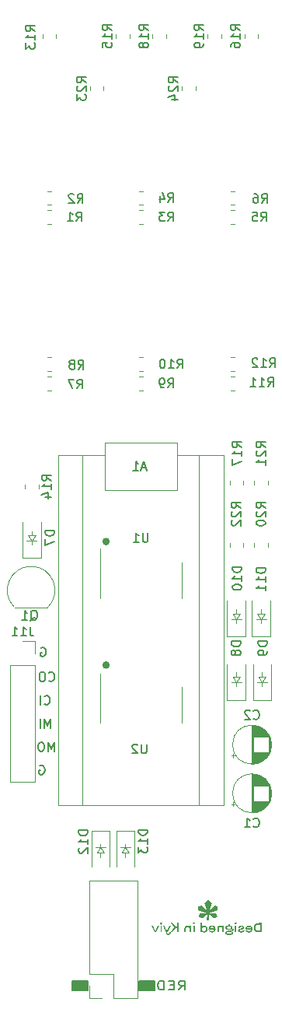
<source format=gbr>
%TF.GenerationSoftware,KiCad,Pcbnew,6.0.11-2627ca5db0~126~ubuntu22.04.1*%
%TF.CreationDate,2023-07-26T01:24:55+03:00*%
%TF.ProjectId,gtoe,67746f65-2e6b-4696-9361-645f70636258,rev?*%
%TF.SameCoordinates,Original*%
%TF.FileFunction,Legend,Bot*%
%TF.FilePolarity,Positive*%
%FSLAX46Y46*%
G04 Gerber Fmt 4.6, Leading zero omitted, Abs format (unit mm)*
G04 Created by KiCad (PCBNEW 6.0.11-2627ca5db0~126~ubuntu22.04.1) date 2023-07-26 01:24:55*
%MOMM*%
%LPD*%
G01*
G04 APERTURE LIST*
%ADD10C,0.000000*%
%ADD11C,0.400000*%
%ADD12C,0.150000*%
%ADD13C,0.200000*%
%ADD14C,0.100000*%
%ADD15C,0.120000*%
G04 APERTURE END LIST*
D10*
G36*
X125198451Y-142334076D02*
G01*
X125036251Y-142334076D01*
X125036251Y-141610047D01*
X125198451Y-141610047D01*
X125198451Y-142334076D01*
G37*
G36*
X123434129Y-141595670D02*
G01*
X123443586Y-141596026D01*
X123452953Y-141596620D01*
X123462229Y-141597451D01*
X123471415Y-141598519D01*
X123480510Y-141599825D01*
X123489515Y-141601369D01*
X123498430Y-141603150D01*
X123507254Y-141605168D01*
X123515987Y-141607425D01*
X123524630Y-141609919D01*
X123533183Y-141612650D01*
X123541645Y-141615619D01*
X123550016Y-141618826D01*
X123558297Y-141622271D01*
X123566488Y-141625954D01*
X123574548Y-141629665D01*
X123582439Y-141633556D01*
X123590160Y-141637629D01*
X123597711Y-141641884D01*
X123605093Y-141646319D01*
X123612305Y-141650935D01*
X123619347Y-141655732D01*
X123626220Y-141660711D01*
X123632923Y-141665870D01*
X123639456Y-141671210D01*
X123645819Y-141676732D01*
X123652013Y-141682434D01*
X123658037Y-141688318D01*
X123663892Y-141694382D01*
X123669577Y-141700627D01*
X123675091Y-141707054D01*
X123675091Y-141610044D01*
X123824211Y-141610044D01*
X123824211Y-142334073D01*
X123662082Y-142334073D01*
X123662082Y-141956079D01*
X123661975Y-141948703D01*
X123661651Y-141941419D01*
X123661112Y-141934225D01*
X123660358Y-141927123D01*
X123659388Y-141920112D01*
X123658202Y-141913191D01*
X123656801Y-141906362D01*
X123655185Y-141899623D01*
X123653353Y-141892974D01*
X123651306Y-141886416D01*
X123649043Y-141879948D01*
X123646566Y-141873571D01*
X123643873Y-141867283D01*
X123640964Y-141861086D01*
X123637841Y-141854978D01*
X123634502Y-141848960D01*
X123630985Y-141843066D01*
X123627310Y-141837331D01*
X123623478Y-141831754D01*
X123619489Y-141826335D01*
X123615342Y-141821075D01*
X123611038Y-141815972D01*
X123606576Y-141811028D01*
X123601955Y-141806243D01*
X123597176Y-141801615D01*
X123592238Y-141797146D01*
X123587142Y-141792835D01*
X123581887Y-141788683D01*
X123576472Y-141784689D01*
X123570899Y-141780854D01*
X123565165Y-141777176D01*
X123559272Y-141773658D01*
X123553254Y-141770150D01*
X123547145Y-141766869D01*
X123540944Y-141763812D01*
X123534652Y-141760982D01*
X123528269Y-141758378D01*
X123521795Y-141755999D01*
X123515230Y-141753847D01*
X123508575Y-141751921D01*
X123501829Y-141750221D01*
X123494993Y-141748748D01*
X123488066Y-141747501D01*
X123481049Y-141746480D01*
X123473942Y-141745687D01*
X123466746Y-141745119D01*
X123459459Y-141744779D01*
X123452082Y-141744666D01*
X123441725Y-141744886D01*
X123431650Y-141745549D01*
X123421857Y-141746653D01*
X123412347Y-141748199D01*
X123403120Y-141750186D01*
X123394175Y-141752614D01*
X123385513Y-141755484D01*
X123377134Y-141758795D01*
X123369037Y-141762547D01*
X123361223Y-141766741D01*
X123353693Y-141771375D01*
X123346445Y-141776451D01*
X123339481Y-141781967D01*
X123332799Y-141787925D01*
X123326401Y-141794323D01*
X123320286Y-141801162D01*
X123314499Y-141808215D01*
X123309085Y-141815619D01*
X123304045Y-141823372D01*
X123299377Y-141831476D01*
X123295083Y-141839931D01*
X123291162Y-141848736D01*
X123287615Y-141857891D01*
X123284441Y-141867398D01*
X123281640Y-141877254D01*
X123279213Y-141887462D01*
X123277159Y-141898020D01*
X123275478Y-141908930D01*
X123274171Y-141920190D01*
X123273237Y-141931802D01*
X123272677Y-141943764D01*
X123272490Y-141956078D01*
X123272490Y-142334073D01*
X123108881Y-142334073D01*
X123108881Y-141931480D01*
X123109033Y-141918912D01*
X123109492Y-141906548D01*
X123110255Y-141894388D01*
X123111324Y-141882433D01*
X123112699Y-141870682D01*
X123114379Y-141859135D01*
X123116364Y-141847791D01*
X123118655Y-141836652D01*
X123121252Y-141825716D01*
X123124154Y-141814984D01*
X123127361Y-141804455D01*
X123130875Y-141794129D01*
X123134693Y-141784006D01*
X123138817Y-141774087D01*
X123143247Y-141764370D01*
X123147982Y-141754857D01*
X123152999Y-141745405D01*
X123158277Y-141736236D01*
X123163815Y-141727349D01*
X123169613Y-141718746D01*
X123175671Y-141710424D01*
X123181990Y-141702386D01*
X123188568Y-141694630D01*
X123195407Y-141687157D01*
X123202507Y-141679966D01*
X123209866Y-141673059D01*
X123217486Y-141666434D01*
X123225366Y-141660093D01*
X123233505Y-141654034D01*
X123241905Y-141648258D01*
X123250566Y-141642765D01*
X123259486Y-141637556D01*
X123268616Y-141632470D01*
X123277905Y-141627713D01*
X123287352Y-141623284D01*
X123296958Y-141619182D01*
X123306723Y-141615409D01*
X123316646Y-141611964D01*
X123326727Y-141608846D01*
X123336967Y-141606057D01*
X123347366Y-141603596D01*
X123357922Y-141601463D01*
X123368637Y-141599658D01*
X123379510Y-141598181D01*
X123390542Y-141597033D01*
X123401731Y-141596212D01*
X123413079Y-141595720D01*
X123424584Y-141595556D01*
X123424581Y-141595551D01*
X123434129Y-141595670D01*
G37*
D11*
X111200000Y-99800000D02*
G75*
G03*
X111200000Y-99800000I-200000J0D01*
G01*
D10*
G36*
X127092128Y-141790173D02*
G01*
X127093486Y-141772055D01*
X127095387Y-141754219D01*
X127097830Y-141736666D01*
X127100817Y-141719396D01*
X127104346Y-141702409D01*
X127108419Y-141685704D01*
X127113034Y-141669282D01*
X127118192Y-141653143D01*
X127123894Y-141637287D01*
X127130138Y-141621714D01*
X127136924Y-141606424D01*
X127144254Y-141591417D01*
X127152127Y-141576693D01*
X127160542Y-141562252D01*
X127169281Y-141547980D01*
X127178484Y-141534128D01*
X127188152Y-141520694D01*
X127198283Y-141507679D01*
X127208879Y-141495082D01*
X127219939Y-141482904D01*
X127231462Y-141471144D01*
X127243450Y-141459803D01*
X127255901Y-141448881D01*
X127268816Y-141438377D01*
X127282195Y-141428292D01*
X127296038Y-141418625D01*
X127310344Y-141409377D01*
X127325114Y-141400548D01*
X127340347Y-141392136D01*
X127356044Y-141384144D01*
X127371940Y-141376429D01*
X127388129Y-141369212D01*
X127404612Y-141362493D01*
X127421389Y-141356271D01*
X127438460Y-141350547D01*
X127455826Y-141345322D01*
X127473485Y-141340594D01*
X127491439Y-141336363D01*
X127509686Y-141332631D01*
X127528228Y-141329396D01*
X127547064Y-141326659D01*
X127566194Y-141324419D01*
X127585618Y-141322677D01*
X127605336Y-141321433D01*
X127625349Y-141320687D01*
X127645655Y-141320438D01*
X127971469Y-141320437D01*
X127971469Y-142334078D01*
X127645655Y-142334078D01*
X127625349Y-142333829D01*
X127605336Y-142333083D01*
X127585618Y-142331839D01*
X127566193Y-142330097D01*
X127547063Y-142327858D01*
X127528227Y-142325121D01*
X127509685Y-142321887D01*
X127491438Y-142318154D01*
X127473484Y-142313924D01*
X127455824Y-142309196D01*
X127438459Y-142303970D01*
X127421388Y-142298246D01*
X127404611Y-142292025D01*
X127388128Y-142285305D01*
X127371939Y-142278088D01*
X127356044Y-142270372D01*
X127340348Y-142262209D01*
X127325115Y-142253649D01*
X127310345Y-142244692D01*
X127296039Y-142235337D01*
X127282197Y-142225586D01*
X127268818Y-142215438D01*
X127255903Y-142204894D01*
X127243451Y-142193954D01*
X127231464Y-142182617D01*
X127219940Y-142170885D01*
X127208880Y-142158757D01*
X127198285Y-142146234D01*
X127188153Y-142133316D01*
X127178485Y-142120003D01*
X127169282Y-142106295D01*
X127160542Y-142092193D01*
X127152125Y-142077583D01*
X127144251Y-142062714D01*
X127136921Y-142047585D01*
X127130133Y-142032198D01*
X127123889Y-142016551D01*
X127118188Y-142000644D01*
X127113030Y-141984478D01*
X127108415Y-141968051D01*
X127104343Y-141951364D01*
X127100814Y-141934417D01*
X127097828Y-141917210D01*
X127095385Y-141899741D01*
X127093485Y-141882012D01*
X127092128Y-141864022D01*
X127091314Y-141845770D01*
X127091042Y-141827257D01*
X127091042Y-141827255D01*
X127279255Y-141827255D01*
X127279430Y-141839830D01*
X127279956Y-141852211D01*
X127280833Y-141864401D01*
X127282061Y-141876398D01*
X127283640Y-141888203D01*
X127285570Y-141899816D01*
X127287850Y-141911236D01*
X127290481Y-141922464D01*
X127293463Y-141933499D01*
X127296795Y-141944342D01*
X127300478Y-141954993D01*
X127304512Y-141965452D01*
X127308897Y-141975718D01*
X127313632Y-141985792D01*
X127318718Y-141995674D01*
X127324155Y-142005363D01*
X127329744Y-142014640D01*
X127335651Y-142023645D01*
X127341875Y-142032377D01*
X127348417Y-142040838D01*
X127355277Y-142049026D01*
X127362454Y-142056943D01*
X127369948Y-142064588D01*
X127377759Y-142071961D01*
X127385887Y-142079063D01*
X127394331Y-142085893D01*
X127403092Y-142092452D01*
X127412169Y-142098740D01*
X127421562Y-142104756D01*
X127431272Y-142110502D01*
X127441297Y-142115976D01*
X127451638Y-142121180D01*
X127462069Y-142126090D01*
X127472725Y-142130684D01*
X127483608Y-142134962D01*
X127494716Y-142138924D01*
X127506050Y-142142570D01*
X127517609Y-142145899D01*
X127529395Y-142148912D01*
X127541408Y-142151608D01*
X127553646Y-142153987D01*
X127566110Y-142156050D01*
X127578802Y-142157795D01*
X127591719Y-142159223D01*
X127604863Y-142160335D01*
X127618234Y-142161128D01*
X127631831Y-142161605D01*
X127645655Y-142161764D01*
X127786077Y-142161764D01*
X127786077Y-141492748D01*
X127645655Y-141492748D01*
X127631832Y-141492906D01*
X127618235Y-141493380D01*
X127604864Y-141494171D01*
X127591720Y-141495277D01*
X127578802Y-141496700D01*
X127566111Y-141498439D01*
X127553646Y-141500495D01*
X127541408Y-141502868D01*
X127529395Y-141505557D01*
X127517609Y-141508564D01*
X127506049Y-141511887D01*
X127494715Y-141515527D01*
X127483607Y-141519484D01*
X127472724Y-141523759D01*
X127462068Y-141528351D01*
X127451638Y-141533260D01*
X127441298Y-141538470D01*
X127431273Y-141543963D01*
X127421564Y-141549738D01*
X127412171Y-141555797D01*
X127403094Y-141562138D01*
X127394333Y-141568763D01*
X127385889Y-141575670D01*
X127377761Y-141582860D01*
X127369950Y-141590333D01*
X127362456Y-141598089D01*
X127355279Y-141606128D01*
X127348419Y-141614449D01*
X127341877Y-141623053D01*
X127335651Y-141631940D01*
X127329744Y-141641109D01*
X127324155Y-141650561D01*
X127318718Y-141660075D01*
X127313632Y-141669794D01*
X127308897Y-141679717D01*
X127304512Y-141689843D01*
X127300478Y-141700174D01*
X127296795Y-141710710D01*
X127293463Y-141721448D01*
X127290481Y-141732391D01*
X127287850Y-141743537D01*
X127285570Y-141754887D01*
X127283640Y-141766441D01*
X127282061Y-141778197D01*
X127280833Y-141790157D01*
X127279956Y-141802320D01*
X127279430Y-141814686D01*
X127279255Y-141827255D01*
X127091042Y-141827255D01*
X127091314Y-141808574D01*
X127092128Y-141790173D01*
G37*
G36*
X120593658Y-141518769D02*
G01*
X120579161Y-141518769D01*
X120469072Y-141255248D01*
X120703676Y-141255248D01*
X120593658Y-141518769D01*
G37*
G36*
X123979621Y-142381690D02*
G01*
X123980910Y-142367561D01*
X123983057Y-142353908D01*
X123986064Y-142340731D01*
X123989931Y-142328030D01*
X123994657Y-142315804D01*
X124000242Y-142304053D01*
X124006687Y-142292778D01*
X124013992Y-142281978D01*
X124022157Y-142271653D01*
X124031182Y-142261802D01*
X124041067Y-142252427D01*
X124051812Y-142243526D01*
X124063418Y-142235100D01*
X124075884Y-142227148D01*
X124089210Y-142219671D01*
X124103125Y-142212470D01*
X124117719Y-142205709D01*
X124132992Y-142199389D01*
X124148944Y-142193511D01*
X124165575Y-142188073D01*
X124182884Y-142183076D01*
X124200873Y-142178520D01*
X124219541Y-142174406D01*
X124238888Y-142170732D01*
X124258913Y-142167500D01*
X124279617Y-142164710D01*
X124300999Y-142162360D01*
X124323061Y-142160453D01*
X124345800Y-142158986D01*
X124369218Y-142157962D01*
X124393315Y-142157379D01*
X124436735Y-142157379D01*
X124456649Y-142155939D01*
X124475835Y-142154499D01*
X124497445Y-142153326D01*
X124518107Y-142151969D01*
X124537820Y-142150428D01*
X124556583Y-142148704D01*
X124574396Y-142146799D01*
X124591258Y-142144713D01*
X124607168Y-142142447D01*
X124622125Y-142140003D01*
X124636222Y-142137288D01*
X124649548Y-142134215D01*
X124662103Y-142130782D01*
X124668092Y-142128930D01*
X124673888Y-142126988D01*
X124679492Y-142124955D01*
X124684903Y-142122832D01*
X124690122Y-142120618D01*
X124695149Y-142118314D01*
X124699984Y-142115918D01*
X124704627Y-142113431D01*
X124709077Y-142110854D01*
X124713336Y-142108185D01*
X124717194Y-142105414D01*
X124720804Y-142102530D01*
X124724166Y-142099533D01*
X124727279Y-142096423D01*
X124730144Y-142093200D01*
X124732760Y-142089863D01*
X124735127Y-142086414D01*
X124736218Y-142084647D01*
X124737246Y-142082852D01*
X124738212Y-142081028D01*
X124739115Y-142079177D01*
X124739957Y-142077296D01*
X124740736Y-142075388D01*
X124741453Y-142073451D01*
X124742107Y-142071486D01*
X124742700Y-142069493D01*
X124743230Y-142067471D01*
X124744103Y-142063343D01*
X124744727Y-142059102D01*
X124745101Y-142054747D01*
X124745226Y-142050279D01*
X124745174Y-142048129D01*
X124745020Y-142046023D01*
X124744762Y-142043963D01*
X124744402Y-142041947D01*
X124743940Y-142039977D01*
X124743376Y-142038051D01*
X124742709Y-142036171D01*
X124741941Y-142034336D01*
X124741070Y-142032546D01*
X124740099Y-142030801D01*
X124739026Y-142029102D01*
X124737851Y-142027447D01*
X124736576Y-142025839D01*
X124735200Y-142024276D01*
X124733723Y-142022758D01*
X124732146Y-142021286D01*
X124730317Y-142019884D01*
X124728428Y-142018572D01*
X124726481Y-142017349D01*
X124724476Y-142016217D01*
X124722413Y-142015176D01*
X124720291Y-142014224D01*
X124718113Y-142013363D01*
X124715876Y-142012592D01*
X124713583Y-142011912D01*
X124711232Y-142011323D01*
X124708825Y-142010823D01*
X124706361Y-142010415D01*
X124703841Y-142010097D01*
X124701265Y-142009870D01*
X124698634Y-142009734D01*
X124695946Y-142009688D01*
X124691218Y-142009779D01*
X124686444Y-142010049D01*
X124681624Y-142010502D01*
X124676760Y-142011136D01*
X124671850Y-142011953D01*
X124666895Y-142012954D01*
X124661894Y-142014138D01*
X124656847Y-142015508D01*
X124651800Y-142016996D01*
X124646798Y-142018578D01*
X124641843Y-142020254D01*
X124636933Y-142022023D01*
X124632068Y-142023883D01*
X124627249Y-142025834D01*
X124622476Y-142027875D01*
X124617747Y-142030004D01*
X124601455Y-142036247D01*
X124585891Y-142041943D01*
X124571052Y-142047097D01*
X124556937Y-142051712D01*
X124549833Y-142053515D01*
X124542276Y-142055323D01*
X124534267Y-142057135D01*
X124525806Y-142058950D01*
X124516892Y-142060766D01*
X124507526Y-142062582D01*
X124497707Y-142064396D01*
X124487437Y-142066208D01*
X124476373Y-142067560D01*
X124464903Y-142068737D01*
X124453026Y-142069737D01*
X124440741Y-142070558D01*
X124428049Y-142071199D01*
X124414949Y-142071658D01*
X124401442Y-142071935D01*
X124387527Y-142072028D01*
X124358316Y-142071598D01*
X124330054Y-142070310D01*
X124302740Y-142068162D01*
X124276376Y-142065155D01*
X124250963Y-142061287D01*
X124226500Y-142056560D01*
X124202989Y-142050972D01*
X124180429Y-142044524D01*
X124169370Y-142040813D01*
X124158640Y-142036921D01*
X124148239Y-142032848D01*
X124138168Y-142028594D01*
X124128424Y-142024159D01*
X124119010Y-142019542D01*
X124109924Y-142014745D01*
X124101166Y-142009767D01*
X124092737Y-142004607D01*
X124084636Y-141999267D01*
X124076862Y-141993746D01*
X124069416Y-141988043D01*
X124062298Y-141982160D01*
X124055507Y-141976095D01*
X124049043Y-141969850D01*
X124042906Y-141963424D01*
X124036945Y-141956653D01*
X124031369Y-141949735D01*
X124026178Y-141942669D01*
X124021372Y-141935456D01*
X124016950Y-141928096D01*
X124012914Y-141920588D01*
X124009262Y-141912933D01*
X124005994Y-141905131D01*
X124003112Y-141897182D01*
X124000613Y-141889086D01*
X123998500Y-141880844D01*
X123996771Y-141872454D01*
X123995426Y-141863917D01*
X123994465Y-141855233D01*
X123993889Y-141846403D01*
X123993697Y-141837426D01*
X123993776Y-141833057D01*
X124161616Y-141833057D01*
X124161853Y-141839839D01*
X124162566Y-141846428D01*
X124163753Y-141852824D01*
X124165415Y-141859028D01*
X124167552Y-141865039D01*
X124170165Y-141870858D01*
X124173252Y-141876484D01*
X124176815Y-141881917D01*
X124180853Y-141887159D01*
X124185366Y-141892208D01*
X124190354Y-141897065D01*
X124195817Y-141901730D01*
X124201756Y-141906203D01*
X124208171Y-141910484D01*
X124215061Y-141914573D01*
X124222426Y-141918470D01*
X124230029Y-141922152D01*
X124237994Y-141925597D01*
X124246321Y-141928804D01*
X124255011Y-141931773D01*
X124264063Y-141934505D01*
X124273478Y-141936999D01*
X124283254Y-141939255D01*
X124293392Y-141941274D01*
X124303893Y-141943055D01*
X124314755Y-141944598D01*
X124325979Y-141945904D01*
X124337565Y-141946973D01*
X124349513Y-141947804D01*
X124361822Y-141948397D01*
X124374492Y-141948753D01*
X124387524Y-141948872D01*
X124413591Y-141948397D01*
X124426082Y-141947804D01*
X124438211Y-141946973D01*
X124449978Y-141945904D01*
X124461384Y-141944598D01*
X124472427Y-141943055D01*
X124483108Y-141941274D01*
X124493428Y-141939255D01*
X124503385Y-141936999D01*
X124512981Y-141934505D01*
X124522214Y-141931773D01*
X124531084Y-141928804D01*
X124539593Y-141925597D01*
X124547739Y-141922152D01*
X124555523Y-141918470D01*
X124562711Y-141914573D01*
X124569435Y-141910484D01*
X124575695Y-141906203D01*
X124581489Y-141901730D01*
X124586820Y-141897065D01*
X124591686Y-141892208D01*
X124593945Y-141889708D01*
X124596088Y-141887159D01*
X124598115Y-141884563D01*
X124600026Y-141881918D01*
X124601821Y-141879225D01*
X124603500Y-141876485D01*
X124605063Y-141873696D01*
X124606510Y-141870859D01*
X124607841Y-141867973D01*
X124609057Y-141865040D01*
X124610156Y-141862059D01*
X124611140Y-141859029D01*
X124612008Y-141855951D01*
X124612760Y-141852825D01*
X124613397Y-141849651D01*
X124613918Y-141846429D01*
X124614323Y-141843158D01*
X124614612Y-141839839D01*
X124614843Y-141833057D01*
X124614612Y-141826274D01*
X124613918Y-141819683D01*
X124612760Y-141813283D01*
X124611140Y-141807075D01*
X124609057Y-141801059D01*
X124606510Y-141795234D01*
X124603500Y-141789602D01*
X124600026Y-141784161D01*
X124596088Y-141778913D01*
X124591686Y-141773858D01*
X124586820Y-141768995D01*
X124581489Y-141764325D01*
X124575695Y-141759847D01*
X124569435Y-141755563D01*
X124562711Y-141751472D01*
X124555523Y-141747574D01*
X124547738Y-141743716D01*
X124539592Y-141740108D01*
X124531083Y-141736750D01*
X124522212Y-141733642D01*
X124512978Y-141730782D01*
X124503383Y-141728172D01*
X124493426Y-141725812D01*
X124483106Y-141723700D01*
X124472425Y-141721837D01*
X124461382Y-141720223D01*
X124449977Y-141718857D01*
X124438210Y-141717741D01*
X124426081Y-141716872D01*
X124413590Y-141716252D01*
X124400738Y-141715880D01*
X124387524Y-141715756D01*
X124374492Y-141715880D01*
X124361821Y-141716252D01*
X124349512Y-141716872D01*
X124337564Y-141717741D01*
X124325979Y-141718858D01*
X124314755Y-141720223D01*
X124303892Y-141721837D01*
X124293392Y-141723700D01*
X124283254Y-141725812D01*
X124273477Y-141728173D01*
X124264063Y-141730783D01*
X124255011Y-141733642D01*
X124246321Y-141736750D01*
X124237994Y-141740109D01*
X124230029Y-141743716D01*
X124222426Y-141747574D01*
X124215061Y-141751472D01*
X124208171Y-141755563D01*
X124201756Y-141759848D01*
X124195817Y-141764325D01*
X124190354Y-141768995D01*
X124185366Y-141773858D01*
X124180853Y-141778913D01*
X124178774Y-141781513D01*
X124176815Y-141784161D01*
X124174974Y-141786857D01*
X124173252Y-141789602D01*
X124171649Y-141792394D01*
X124170165Y-141795234D01*
X124168799Y-141798122D01*
X124167552Y-141801058D01*
X124166424Y-141804043D01*
X124165415Y-141807075D01*
X124164525Y-141810155D01*
X124163753Y-141813283D01*
X124163100Y-141816459D01*
X124162566Y-141819683D01*
X124162150Y-141822955D01*
X124161853Y-141826274D01*
X124161616Y-141833057D01*
X123993776Y-141833057D01*
X123993849Y-141828987D01*
X123994305Y-141820684D01*
X123995066Y-141812518D01*
X123996131Y-141804487D01*
X123997500Y-141796592D01*
X123999175Y-141788834D01*
X124001155Y-141781211D01*
X124003439Y-141773724D01*
X124006030Y-141766373D01*
X124008925Y-141759158D01*
X124012127Y-141752078D01*
X124015634Y-141745134D01*
X124019448Y-141738325D01*
X124023568Y-141731652D01*
X124027994Y-141725114D01*
X124032727Y-141718711D01*
X124037569Y-141712455D01*
X124042684Y-141706357D01*
X124048071Y-141700418D01*
X124053730Y-141694637D01*
X124059660Y-141689013D01*
X124065863Y-141683549D01*
X124072337Y-141678242D01*
X124079083Y-141673094D01*
X124086101Y-141668104D01*
X124093390Y-141663272D01*
X124100950Y-141658599D01*
X124108781Y-141654084D01*
X124116884Y-141649728D01*
X124125257Y-141645531D01*
X124133902Y-141641491D01*
X124142817Y-141637611D01*
X124151793Y-141633894D01*
X124160985Y-141630348D01*
X124170390Y-141626970D01*
X124180011Y-141623763D01*
X124189847Y-141620725D01*
X124199898Y-141617857D01*
X124210163Y-141615159D01*
X124220644Y-141612631D01*
X124231339Y-141610272D01*
X124242250Y-141608082D01*
X124264715Y-141604213D01*
X124288042Y-141601022D01*
X124312228Y-141598509D01*
X124312228Y-141421815D01*
X124475837Y-141421759D01*
X124475837Y-141599867D01*
X124493685Y-141601864D01*
X124511023Y-141604235D01*
X124527854Y-141606980D01*
X124544176Y-141610099D01*
X124559989Y-141613592D01*
X124575293Y-141617458D01*
X124590089Y-141621699D01*
X124604375Y-141626312D01*
X124618153Y-141631299D01*
X124631421Y-141636660D01*
X124644179Y-141642394D01*
X124656429Y-141648500D01*
X124668169Y-141654980D01*
X124679399Y-141661832D01*
X124690119Y-141669057D01*
X124700330Y-141676654D01*
X124709973Y-141684410D01*
X124718993Y-141692470D01*
X124727391Y-141700835D01*
X124735166Y-141709505D01*
X124742319Y-141718480D01*
X124748849Y-141727761D01*
X124754757Y-141737347D01*
X124760043Y-141747238D01*
X124764707Y-141757435D01*
X124768749Y-141767937D01*
X124772168Y-141778745D01*
X124774966Y-141789858D01*
X124777142Y-141801277D01*
X124778696Y-141813002D01*
X124779629Y-141825032D01*
X124779939Y-141837369D01*
X124779839Y-141844010D01*
X124779536Y-141850538D01*
X124779031Y-141856953D01*
X124778323Y-141863256D01*
X124777413Y-141869445D01*
X124776300Y-141875522D01*
X124774983Y-141881486D01*
X124773462Y-141887337D01*
X124771737Y-141893074D01*
X124769807Y-141898698D01*
X124767673Y-141904210D01*
X124765334Y-141909607D01*
X124762789Y-141914892D01*
X124760039Y-141920063D01*
X124757082Y-141925120D01*
X124753919Y-141930064D01*
X124754276Y-141929895D01*
X124754632Y-141929749D01*
X124754988Y-141929625D01*
X124755344Y-141929524D01*
X124755701Y-141929445D01*
X124756057Y-141929389D01*
X124756413Y-141929355D01*
X124756769Y-141929344D01*
X124757126Y-141929355D01*
X124757482Y-141929389D01*
X124757838Y-141929445D01*
X124758194Y-141929524D01*
X124758551Y-141929625D01*
X124758907Y-141929749D01*
X124759263Y-141929895D01*
X124759619Y-141930064D01*
X124772720Y-141930064D01*
X124779518Y-141930391D01*
X124786157Y-141931011D01*
X124792636Y-141931925D01*
X124798957Y-141933133D01*
X124805118Y-141934635D01*
X124811121Y-141936432D01*
X124816965Y-141938522D01*
X124822651Y-141940906D01*
X124828179Y-141943584D01*
X124833548Y-141946557D01*
X124838760Y-141949824D01*
X124843813Y-141953385D01*
X124848709Y-141957241D01*
X124853447Y-141961391D01*
X124858027Y-141965836D01*
X124862450Y-141970576D01*
X124866485Y-141975299D01*
X124870261Y-141980057D01*
X124873777Y-141984850D01*
X124877034Y-141989678D01*
X124880032Y-141994540D01*
X124882769Y-141999437D01*
X124885247Y-142004367D01*
X124887464Y-142009332D01*
X124889421Y-142014331D01*
X124891118Y-142019363D01*
X124892554Y-142024430D01*
X124893730Y-142029530D01*
X124894644Y-142034663D01*
X124895297Y-142039829D01*
X124895690Y-142045029D01*
X124895820Y-142050262D01*
X124895616Y-142059572D01*
X124895004Y-142068678D01*
X124893983Y-142077580D01*
X124892554Y-142086278D01*
X124890717Y-142094772D01*
X124888473Y-142103063D01*
X124885821Y-142111150D01*
X124882761Y-142119033D01*
X124879295Y-142126713D01*
X124875421Y-142134190D01*
X124871141Y-142141462D01*
X124866453Y-142148532D01*
X124861360Y-142155397D01*
X124855859Y-142162060D01*
X124849953Y-142168519D01*
X124843640Y-142174775D01*
X124836966Y-142180827D01*
X124829975Y-142186676D01*
X124822667Y-142192321D01*
X124815043Y-142197762D01*
X124807101Y-142203000D01*
X124798843Y-142208034D01*
X124790268Y-142212865D01*
X124781375Y-142217492D01*
X124772167Y-142221916D01*
X124762641Y-142226136D01*
X124752798Y-142230152D01*
X124742639Y-142233965D01*
X124732163Y-142237574D01*
X124721370Y-142240979D01*
X124710261Y-142244180D01*
X124698834Y-142247178D01*
X124706330Y-142250328D01*
X124713610Y-142253624D01*
X124720675Y-142257067D01*
X124727524Y-142260657D01*
X124734158Y-142264393D01*
X124740578Y-142268275D01*
X124746781Y-142272305D01*
X124752770Y-142276482D01*
X124758544Y-142280805D01*
X124764103Y-142285276D01*
X124769447Y-142289894D01*
X124774576Y-142294660D01*
X124779490Y-142299573D01*
X124784189Y-142304633D01*
X124788674Y-142309841D01*
X124792944Y-142315197D01*
X124796802Y-142320498D01*
X124800412Y-142325902D01*
X124803774Y-142331408D01*
X124806887Y-142337018D01*
X124809752Y-142342730D01*
X124812368Y-142348544D01*
X124814735Y-142354460D01*
X124816854Y-142360478D01*
X124818723Y-142366599D01*
X124820344Y-142372820D01*
X124821715Y-142379144D01*
X124822838Y-142385568D01*
X124823711Y-142392094D01*
X124824335Y-142398720D01*
X124824709Y-142405448D01*
X124824834Y-142412276D01*
X124824642Y-142421066D01*
X124824065Y-142429697D01*
X124823105Y-142438169D01*
X124821760Y-142446483D01*
X124820031Y-142454638D01*
X124817917Y-142462634D01*
X124815419Y-142470472D01*
X124812536Y-142478151D01*
X124809269Y-142485672D01*
X124805617Y-142493035D01*
X124801580Y-142500239D01*
X124797159Y-142507285D01*
X124792353Y-142514173D01*
X124787161Y-142520903D01*
X124781585Y-142527476D01*
X124775624Y-142533890D01*
X124769119Y-142540128D01*
X124762274Y-142546174D01*
X124755090Y-142552026D01*
X124747567Y-142557687D01*
X124739704Y-142563154D01*
X124731502Y-142568429D01*
X124722960Y-142573511D01*
X124714080Y-142578401D01*
X124704860Y-142583099D01*
X124695300Y-142587605D01*
X124685401Y-142591918D01*
X124675163Y-142596039D01*
X124664586Y-142599969D01*
X124653669Y-142603706D01*
X124642413Y-142607252D01*
X124630818Y-142610606D01*
X124618905Y-142613937D01*
X124606698Y-142617054D01*
X124581402Y-142622641D01*
X124554928Y-142627369D01*
X124527278Y-142631236D01*
X124498451Y-142634244D01*
X124468448Y-142636392D01*
X124437268Y-142637680D01*
X124404913Y-142638110D01*
X124373211Y-142637659D01*
X124342548Y-142636306D01*
X124312924Y-142634051D01*
X124284340Y-142630891D01*
X124256796Y-142626826D01*
X124230295Y-142621855D01*
X124204836Y-142615976D01*
X124180421Y-142609190D01*
X124168469Y-142605467D01*
X124156868Y-142601541D01*
X124145619Y-142597411D01*
X124134721Y-142593078D01*
X124124174Y-142588540D01*
X124113978Y-142583799D01*
X124104133Y-142578854D01*
X124094639Y-142573706D01*
X124085495Y-142568354D01*
X124076702Y-142562798D01*
X124068260Y-142557039D01*
X124060168Y-142551076D01*
X124052426Y-142544910D01*
X124045034Y-142538540D01*
X124037993Y-142531968D01*
X124031301Y-142525191D01*
X124024989Y-142518409D01*
X124019085Y-142511457D01*
X124013588Y-142504334D01*
X124008499Y-142497042D01*
X124003817Y-142489579D01*
X123999542Y-142481947D01*
X123995675Y-142474145D01*
X123992215Y-142466173D01*
X123989162Y-142458032D01*
X123986517Y-142449720D01*
X123984278Y-142441239D01*
X123982447Y-142432589D01*
X123981023Y-142423769D01*
X123980005Y-142414780D01*
X123979395Y-142405622D01*
X123979224Y-142397786D01*
X124145705Y-142397786D01*
X124145819Y-142402085D01*
X124146159Y-142406293D01*
X124146727Y-142410411D01*
X124147522Y-142414437D01*
X124148543Y-142418373D01*
X124149791Y-142422218D01*
X124151266Y-142425973D01*
X124152966Y-142429637D01*
X124154893Y-142433210D01*
X124157045Y-142436693D01*
X124159423Y-142440085D01*
X124162027Y-142443387D01*
X124164856Y-142446599D01*
X124167911Y-142449720D01*
X124171190Y-142452751D01*
X124174695Y-142455692D01*
X124178428Y-142458723D01*
X124182386Y-142461663D01*
X124186569Y-142464512D01*
X124190977Y-142467270D01*
X124195611Y-142469937D01*
X124200471Y-142472514D01*
X124205557Y-142474999D01*
X124210869Y-142477394D01*
X124216407Y-142479699D01*
X124222171Y-142481913D01*
X124228162Y-142484037D01*
X124234380Y-142486071D01*
X124240825Y-142488015D01*
X124247498Y-142489868D01*
X124254398Y-142491632D01*
X124261525Y-142493306D01*
X124276414Y-142496363D01*
X124292116Y-142499015D01*
X124308632Y-142501263D01*
X124325962Y-142503104D01*
X124344106Y-142504538D01*
X124363066Y-142505564D01*
X124382841Y-142506180D01*
X124403432Y-142506386D01*
X124424021Y-142506181D01*
X124443795Y-142505565D01*
X124462755Y-142504541D01*
X124480901Y-142503108D01*
X124498232Y-142501268D01*
X124514749Y-142499020D01*
X124530451Y-142496366D01*
X124545338Y-142493306D01*
X124552296Y-142491631D01*
X124559051Y-142489868D01*
X124565602Y-142488014D01*
X124571950Y-142486070D01*
X124578094Y-142484036D01*
X124584035Y-142481912D01*
X124589772Y-142479698D01*
X124595306Y-142477394D01*
X124600636Y-142474999D01*
X124605762Y-142472513D01*
X124610685Y-142469937D01*
X124615403Y-142467270D01*
X124619918Y-142464512D01*
X124624229Y-142461663D01*
X124628336Y-142458723D01*
X124632238Y-142455692D01*
X124635746Y-142452751D01*
X124639028Y-142449720D01*
X124642084Y-142446598D01*
X124644914Y-142443386D01*
X124647518Y-142440084D01*
X124649897Y-142436691D01*
X124652048Y-142433208D01*
X124653974Y-142429635D01*
X124655674Y-142425971D01*
X124657147Y-142422216D01*
X124658394Y-142418371D01*
X124659414Y-142414435D01*
X124660207Y-142410409D01*
X124660774Y-142406292D01*
X124661114Y-142402084D01*
X124661228Y-142397786D01*
X124661114Y-142393480D01*
X124660773Y-142389254D01*
X124660206Y-142385106D01*
X124659411Y-142381037D01*
X124658390Y-142377048D01*
X124657142Y-142373137D01*
X124655667Y-142369305D01*
X124653967Y-142365553D01*
X124652040Y-142361880D01*
X124649888Y-142358286D01*
X124647510Y-142354771D01*
X124644906Y-142351336D01*
X124642077Y-142347981D01*
X124639022Y-142344705D01*
X124635743Y-142341508D01*
X124632238Y-142338392D01*
X124628335Y-142335366D01*
X124624229Y-142332442D01*
X124619918Y-142329619D01*
X124615403Y-142326899D01*
X124610684Y-142324280D01*
X124605762Y-142321763D01*
X124600636Y-142319348D01*
X124595306Y-142317034D01*
X124589772Y-142314822D01*
X124584035Y-142312712D01*
X124578094Y-142310704D01*
X124571950Y-142308797D01*
X124565602Y-142306993D01*
X124559051Y-142305289D01*
X124552296Y-142303688D01*
X124545338Y-142302188D01*
X124530449Y-142299134D01*
X124514746Y-142296489D01*
X124498229Y-142294253D01*
X124480897Y-142292425D01*
X124462752Y-142291004D01*
X124443793Y-142289990D01*
X124424019Y-142289382D01*
X124403433Y-142289180D01*
X124372889Y-142289631D01*
X124344247Y-142290984D01*
X124317507Y-142293239D01*
X124292669Y-142296399D01*
X124280962Y-142298318D01*
X124269731Y-142300464D01*
X124258975Y-142302836D01*
X124248693Y-142305435D01*
X124238887Y-142308261D01*
X124229555Y-142311314D01*
X124220698Y-142314593D01*
X124212315Y-142318100D01*
X124204249Y-142321636D01*
X124196703Y-142325365D01*
X124189677Y-142329287D01*
X124183172Y-142333402D01*
X124177187Y-142337710D01*
X124171723Y-142342211D01*
X124166780Y-142346904D01*
X124162356Y-142351790D01*
X124158454Y-142356867D01*
X124156697Y-142359478D01*
X124155071Y-142362137D01*
X124153575Y-142364844D01*
X124152209Y-142367599D01*
X124150973Y-142370402D01*
X124149868Y-142373253D01*
X124148892Y-142376152D01*
X124148046Y-142379099D01*
X124147331Y-142382094D01*
X124146746Y-142385137D01*
X124146290Y-142388227D01*
X124145965Y-142391365D01*
X124145705Y-142397786D01*
X123979224Y-142397786D01*
X123979192Y-142396294D01*
X123979621Y-142381690D01*
G37*
G36*
X121449411Y-141305942D02*
G01*
X121449411Y-141698359D01*
X121455091Y-141692296D01*
X121460907Y-141686414D01*
X121466859Y-141680712D01*
X121472948Y-141675191D01*
X121479173Y-141669852D01*
X121485533Y-141664693D01*
X121492030Y-141659715D01*
X121498663Y-141654918D01*
X121505431Y-141650302D01*
X121512335Y-141645867D01*
X121519374Y-141641613D01*
X121526549Y-141637539D01*
X121533859Y-141633647D01*
X121541305Y-141629936D01*
X121548885Y-141626406D01*
X121556601Y-141623057D01*
X121564243Y-141619726D01*
X121571963Y-141616609D01*
X121579761Y-141613708D01*
X121587637Y-141611022D01*
X121595593Y-141608551D01*
X121603626Y-141606294D01*
X121611739Y-141604253D01*
X121619931Y-141602427D01*
X121628201Y-141600816D01*
X121636552Y-141599420D01*
X121644981Y-141598238D01*
X121653490Y-141597272D01*
X121662079Y-141596520D01*
X121670748Y-141595983D01*
X121679497Y-141595661D01*
X121688327Y-141595553D01*
X121700930Y-141595745D01*
X121713398Y-141596322D01*
X121725731Y-141597282D01*
X121737929Y-141598627D01*
X121749991Y-141600356D01*
X121761919Y-141602469D01*
X121773710Y-141604967D01*
X121785366Y-141607850D01*
X121796887Y-141611117D01*
X121808271Y-141614769D01*
X121819519Y-141618806D01*
X121830632Y-141623228D01*
X121841608Y-141628034D01*
X121852448Y-141633226D01*
X121863151Y-141638803D01*
X121873718Y-141644765D01*
X121883899Y-141651066D01*
X121893809Y-141657661D01*
X121903447Y-141664550D01*
X121912813Y-141671733D01*
X121921908Y-141679210D01*
X121930731Y-141686982D01*
X121939282Y-141695047D01*
X121947562Y-141703407D01*
X121955570Y-141712060D01*
X121963307Y-141721008D01*
X121970773Y-141730250D01*
X121977966Y-141739787D01*
X121984889Y-141749617D01*
X121991540Y-141759742D01*
X121997920Y-141770161D01*
X122004029Y-141780874D01*
X122009640Y-141791634D01*
X122014889Y-141802552D01*
X122019775Y-141813630D01*
X122024299Y-141824867D01*
X122028461Y-141836262D01*
X122032260Y-141847817D01*
X122035697Y-141859529D01*
X122038771Y-141871401D01*
X122041484Y-141883431D01*
X122043835Y-141895619D01*
X122045824Y-141907965D01*
X122047451Y-141920469D01*
X122048717Y-141933131D01*
X122049620Y-141945951D01*
X122050163Y-141958928D01*
X122050343Y-141972063D01*
X122050163Y-141985202D01*
X122049620Y-141998193D01*
X122048717Y-142011036D01*
X122047451Y-142023731D01*
X122045824Y-142036279D01*
X122043835Y-142048678D01*
X122041484Y-142060931D01*
X122038771Y-142073035D01*
X122035697Y-142084993D01*
X122032260Y-142096804D01*
X122028461Y-142108469D01*
X122024299Y-142119986D01*
X122019775Y-142131358D01*
X122014889Y-142142583D01*
X122009640Y-142153662D01*
X122004029Y-142164595D01*
X121997921Y-142175134D01*
X121991541Y-142185390D01*
X121984890Y-142195363D01*
X121977968Y-142205055D01*
X121970774Y-142214463D01*
X121963309Y-142223589D01*
X121955572Y-142232433D01*
X121947563Y-142240993D01*
X121939284Y-142249271D01*
X121930732Y-142257266D01*
X121921909Y-142264978D01*
X121912814Y-142272407D01*
X121903448Y-142279552D01*
X121893810Y-142286415D01*
X121883900Y-142292994D01*
X121873718Y-142299290D01*
X121863321Y-142305251D01*
X121852765Y-142310828D01*
X121842049Y-142316019D01*
X121831175Y-142320826D01*
X121820142Y-142325247D01*
X121808950Y-142329284D01*
X121797600Y-142332936D01*
X121786091Y-142336204D01*
X121774424Y-142339087D01*
X121762598Y-142341585D01*
X121750614Y-142343699D01*
X121738472Y-142345428D01*
X121726172Y-142346773D01*
X121713715Y-142347734D01*
X121701100Y-142348310D01*
X121688327Y-142348502D01*
X121678785Y-142348390D01*
X121669346Y-142348052D01*
X121660009Y-142347488D01*
X121650775Y-142346699D01*
X121641643Y-142345684D01*
X121632613Y-142344443D01*
X121623685Y-142342976D01*
X121614858Y-142341283D01*
X121606134Y-142339364D01*
X121597511Y-142337218D01*
X121588990Y-142334846D01*
X121580571Y-142332247D01*
X121572252Y-142329421D01*
X121564036Y-142326369D01*
X121555920Y-142323089D01*
X121547905Y-142319582D01*
X121539834Y-142315679D01*
X121531909Y-142311572D01*
X121524131Y-142307261D01*
X121516500Y-142302746D01*
X121509017Y-142298028D01*
X121501680Y-142293105D01*
X121494490Y-142287980D01*
X121487447Y-142282650D01*
X121480552Y-142277117D01*
X121473803Y-142271380D01*
X121467202Y-142265440D01*
X121460747Y-142259296D01*
X121454440Y-142252949D01*
X121448280Y-142246398D01*
X121442267Y-142239644D01*
X121436401Y-142232686D01*
X121436401Y-142334078D01*
X121287212Y-142334078D01*
X121287212Y-141972059D01*
X121446509Y-141972059D01*
X121446623Y-141979977D01*
X121446963Y-141987804D01*
X121447530Y-141995541D01*
X121448323Y-142003186D01*
X121449344Y-142010741D01*
X121450590Y-142018205D01*
X121452063Y-142025579D01*
X121453763Y-142032862D01*
X121455689Y-142040055D01*
X121457841Y-142047157D01*
X121460219Y-142054168D01*
X121462824Y-142061090D01*
X121465654Y-142067921D01*
X121468711Y-142074663D01*
X121471993Y-142081314D01*
X121475501Y-142087875D01*
X121479031Y-142094306D01*
X121482742Y-142100566D01*
X121486634Y-142106657D01*
X121490707Y-142112578D01*
X121494961Y-142118328D01*
X121499396Y-142123909D01*
X121504012Y-142129320D01*
X121508809Y-142134561D01*
X121513787Y-142139633D01*
X121518947Y-142144535D01*
X121524287Y-142149267D01*
X121529808Y-142153830D01*
X121535510Y-142158224D01*
X121541393Y-142162448D01*
X121547457Y-142166503D01*
X121553702Y-142170389D01*
X121559907Y-142174071D01*
X121566214Y-142177516D01*
X121572622Y-142180723D01*
X121579133Y-142183692D01*
X121585746Y-142186424D01*
X121592460Y-142188918D01*
X121599276Y-142191174D01*
X121606195Y-142193193D01*
X121613215Y-142194974D01*
X121620337Y-142196517D01*
X121627560Y-142197823D01*
X121634886Y-142198892D01*
X121642313Y-142199723D01*
X121649842Y-142200316D01*
X121657473Y-142200672D01*
X121665206Y-142200791D01*
X121672768Y-142200672D01*
X121680251Y-142200316D01*
X121687655Y-142199723D01*
X121694980Y-142198892D01*
X121702226Y-142197823D01*
X121709393Y-142196517D01*
X121716481Y-142194974D01*
X121723490Y-142193193D01*
X121730419Y-142191174D01*
X121737270Y-142188918D01*
X121744041Y-142186424D01*
X121750733Y-142183692D01*
X121757346Y-142180723D01*
X121763879Y-142177516D01*
X121770333Y-142174071D01*
X121776708Y-142170389D01*
X121782958Y-142166503D01*
X121789038Y-142162448D01*
X121794947Y-142158224D01*
X121800687Y-142153830D01*
X121806256Y-142149267D01*
X121811656Y-142144535D01*
X121816885Y-142139633D01*
X121821946Y-142134562D01*
X121826836Y-142129321D01*
X121831557Y-142123910D01*
X121836108Y-142118329D01*
X121840490Y-142112578D01*
X121844702Y-142106658D01*
X121848745Y-142100567D01*
X121852618Y-142094306D01*
X121856323Y-142087875D01*
X121859830Y-142081314D01*
X121863112Y-142074663D01*
X121866168Y-142067922D01*
X121868999Y-142061091D01*
X121871603Y-142054170D01*
X121873981Y-142047158D01*
X121876133Y-142040056D01*
X121878059Y-142032863D01*
X121879759Y-142025580D01*
X121881233Y-142018207D01*
X121882479Y-142010743D01*
X121883500Y-142003188D01*
X121884294Y-141995542D01*
X121884861Y-141987805D01*
X121885201Y-141979978D01*
X121885315Y-141972059D01*
X121885201Y-141964140D01*
X121884861Y-141956310D01*
X121884294Y-141948570D01*
X121883500Y-141940920D01*
X121882480Y-141933360D01*
X121881234Y-141925890D01*
X121879760Y-141918510D01*
X121878061Y-141911220D01*
X121876135Y-141904021D01*
X121873983Y-141896912D01*
X121871605Y-141889895D01*
X121869000Y-141882968D01*
X121866170Y-141876132D01*
X121863113Y-141869387D01*
X121859831Y-141862734D01*
X121856323Y-141856172D01*
X121852618Y-141849741D01*
X121848744Y-141843480D01*
X121844701Y-141837389D01*
X121840489Y-141831469D01*
X121836107Y-141825718D01*
X121831556Y-141820137D01*
X121826835Y-141814726D01*
X121821945Y-141809485D01*
X121816885Y-141804413D01*
X121811656Y-141799511D01*
X121806256Y-141794779D01*
X121800687Y-141790216D01*
X121794947Y-141785823D01*
X121789038Y-141781598D01*
X121782958Y-141777544D01*
X121776708Y-141773658D01*
X121770334Y-141769975D01*
X121763880Y-141766531D01*
X121757347Y-141763324D01*
X121750734Y-141760354D01*
X121744042Y-141757623D01*
X121737271Y-141755129D01*
X121730421Y-141752873D01*
X121723492Y-141750854D01*
X121716483Y-141749073D01*
X121709395Y-141747529D01*
X121702228Y-141746223D01*
X121694982Y-141745155D01*
X121687656Y-141744324D01*
X121680252Y-141743730D01*
X121672768Y-141743374D01*
X121665206Y-141743256D01*
X121657473Y-141743374D01*
X121649842Y-141743730D01*
X121642313Y-141744324D01*
X121634885Y-141745155D01*
X121627560Y-141746223D01*
X121620336Y-141747529D01*
X121613215Y-141749073D01*
X121606195Y-141750854D01*
X121599277Y-141752873D01*
X121592460Y-141755129D01*
X121585746Y-141757623D01*
X121579134Y-141760354D01*
X121572623Y-141763324D01*
X121566214Y-141766531D01*
X121559907Y-141769975D01*
X121553702Y-141773658D01*
X121547458Y-141777544D01*
X121541394Y-141781599D01*
X121535511Y-141785823D01*
X121529809Y-141790216D01*
X121524287Y-141794779D01*
X121518947Y-141799512D01*
X121513787Y-141804413D01*
X121508809Y-141809485D01*
X121504012Y-141814726D01*
X121499395Y-141820137D01*
X121494960Y-141825717D01*
X121490706Y-141831468D01*
X121486633Y-141837389D01*
X121482741Y-141843480D01*
X121479030Y-141849740D01*
X121475501Y-141856172D01*
X121471994Y-141862733D01*
X121468712Y-141869387D01*
X121465656Y-141876131D01*
X121462826Y-141882967D01*
X121460221Y-141889893D01*
X121457843Y-141896911D01*
X121455691Y-141904020D01*
X121453765Y-141911219D01*
X121452065Y-141918508D01*
X121450591Y-141925888D01*
X121449344Y-141933358D01*
X121448324Y-141940919D01*
X121447530Y-141948569D01*
X121446963Y-141956309D01*
X121446623Y-141964139D01*
X121446509Y-141972059D01*
X121287212Y-141972059D01*
X121287212Y-141305943D01*
X121449411Y-141305942D01*
G37*
G36*
X118905200Y-142334078D02*
G01*
X118721293Y-142334078D01*
X118721293Y-141914085D01*
X118553296Y-141914085D01*
X118250675Y-142334078D01*
X118032051Y-142334078D01*
X118032051Y-142368794D01*
X118031915Y-142379729D01*
X118031507Y-142390449D01*
X118030826Y-142400956D01*
X118029874Y-142411247D01*
X118028649Y-142421325D01*
X118027153Y-142431187D01*
X118025385Y-142440835D01*
X118023345Y-142450268D01*
X118021034Y-142459486D01*
X118018451Y-142468489D01*
X118015597Y-142477277D01*
X118012472Y-142485849D01*
X118009076Y-142494206D01*
X118005408Y-142502348D01*
X118001470Y-142510274D01*
X117997261Y-142517984D01*
X117992652Y-142525462D01*
X117987874Y-142532689D01*
X117982925Y-142539667D01*
X117977808Y-142546395D01*
X117972520Y-142552873D01*
X117967063Y-142559102D01*
X117961437Y-142565081D01*
X117955640Y-142570812D01*
X117949674Y-142576293D01*
X117943538Y-142581526D01*
X117937231Y-142586511D01*
X117930755Y-142591247D01*
X117924109Y-142595734D01*
X117917293Y-142599974D01*
X117910307Y-142603966D01*
X117903151Y-142607710D01*
X117895690Y-142611392D01*
X117888149Y-142614837D01*
X117880529Y-142618044D01*
X117872829Y-142621013D01*
X117865050Y-142623745D01*
X117857192Y-142626239D01*
X117849254Y-142628495D01*
X117841237Y-142630514D01*
X117833140Y-142632295D01*
X117824965Y-142633838D01*
X117816710Y-142635144D01*
X117808377Y-142636213D01*
X117799964Y-142637044D01*
X117791473Y-142637637D01*
X117782903Y-142637993D01*
X117774254Y-142638112D01*
X117765254Y-142637993D01*
X117756355Y-142637637D01*
X117747558Y-142637044D01*
X117738862Y-142636213D01*
X117730268Y-142635144D01*
X117721776Y-142633838D01*
X117713385Y-142632295D01*
X117705096Y-142630514D01*
X117696909Y-142628495D01*
X117688824Y-142626239D01*
X117680840Y-142623745D01*
X117672959Y-142621013D01*
X117665181Y-142618044D01*
X117657504Y-142614837D01*
X117649930Y-142611392D01*
X117642458Y-142607710D01*
X117634963Y-142603982D01*
X117627683Y-142600040D01*
X117620618Y-142595884D01*
X117613768Y-142591513D01*
X117607134Y-142586927D01*
X117600715Y-142582126D01*
X117594511Y-142577111D01*
X117588522Y-142571880D01*
X117582748Y-142566435D01*
X117577189Y-142560775D01*
X117571845Y-142554900D01*
X117566716Y-142548810D01*
X117561802Y-142542504D01*
X117557103Y-142535984D01*
X117552618Y-142529248D01*
X117548348Y-142522297D01*
X117544140Y-142515158D01*
X117540204Y-142507862D01*
X117536540Y-142500407D01*
X117533148Y-142492794D01*
X117530028Y-142485023D01*
X117527180Y-142477094D01*
X117524604Y-142469006D01*
X117522299Y-142460760D01*
X117520266Y-142452356D01*
X117518505Y-142443793D01*
X117517014Y-142435071D01*
X117515795Y-142426192D01*
X117514847Y-142417153D01*
X117514170Y-142407956D01*
X117513764Y-142398601D01*
X117513628Y-142389087D01*
X117513628Y-142344189D01*
X117513558Y-142336406D01*
X117513349Y-142328986D01*
X117513001Y-142321929D01*
X117512516Y-142315236D01*
X117511895Y-142308904D01*
X117511139Y-142302934D01*
X117510250Y-142297326D01*
X117509228Y-142292078D01*
X117508028Y-142286896D01*
X117506603Y-142281487D01*
X117504953Y-142275851D01*
X117503077Y-142269989D01*
X117500976Y-142263902D01*
X117498649Y-142257588D01*
X117496097Y-142251048D01*
X117493318Y-142244283D01*
X117226929Y-141610051D01*
X117396341Y-141610051D01*
X117591843Y-142099477D01*
X117593362Y-142103270D01*
X117595068Y-142107441D01*
X117596962Y-142111978D01*
X117599043Y-142116871D01*
X117599737Y-142119094D01*
X117600390Y-142121400D01*
X117601002Y-142123791D01*
X117601568Y-142126268D01*
X117602088Y-142128835D01*
X117602559Y-142131493D01*
X117602978Y-142134244D01*
X117603343Y-142137091D01*
X117603541Y-142135644D01*
X117603773Y-142134198D01*
X117604039Y-142132753D01*
X117604341Y-142131308D01*
X117604676Y-142129864D01*
X117605047Y-142128420D01*
X117605452Y-142126976D01*
X117605891Y-142125533D01*
X117606365Y-142124089D01*
X117606873Y-142122646D01*
X117607416Y-142121202D01*
X117607993Y-142119757D01*
X117608604Y-142118312D01*
X117609249Y-142116867D01*
X117610643Y-142113973D01*
X117611731Y-142110780D01*
X117612818Y-142107719D01*
X117613906Y-142104792D01*
X117614993Y-142101999D01*
X117616081Y-142099342D01*
X117617168Y-142096822D01*
X117618256Y-142094441D01*
X117619343Y-142092199D01*
X117862581Y-141610055D01*
X118047972Y-141610055D01*
X117685958Y-142289186D01*
X117683523Y-142294252D01*
X117681317Y-142299316D01*
X117679340Y-142304379D01*
X117677592Y-142309442D01*
X117676803Y-142311973D01*
X117676072Y-142314505D01*
X117675397Y-142317036D01*
X117674780Y-142319568D01*
X117674219Y-142322100D01*
X117673715Y-142324632D01*
X117673268Y-142327165D01*
X117672878Y-142329698D01*
X117672212Y-142334630D01*
X117671639Y-142340014D01*
X117671157Y-142345848D01*
X117670765Y-142352135D01*
X117670463Y-142358874D01*
X117670248Y-142366065D01*
X117670120Y-142373710D01*
X117670078Y-142381808D01*
X117670078Y-142393406D01*
X117670186Y-142399307D01*
X117670509Y-142405061D01*
X117671048Y-142410669D01*
X117671801Y-142416130D01*
X117672770Y-142421445D01*
X117673954Y-142426612D01*
X117675352Y-142431633D01*
X117676966Y-142436507D01*
X117678793Y-142441234D01*
X117680835Y-142445813D01*
X117683091Y-142450246D01*
X117685561Y-142454531D01*
X117688245Y-142458668D01*
X117691142Y-142462657D01*
X117694254Y-142466499D01*
X117697578Y-142470193D01*
X117701090Y-142473876D01*
X117704748Y-142477321D01*
X117708553Y-142480528D01*
X117712504Y-142483497D01*
X117716603Y-142486228D01*
X117720847Y-142488722D01*
X117725239Y-142490979D01*
X117729778Y-142492997D01*
X117734464Y-142494778D01*
X117739298Y-142496322D01*
X117744279Y-142497628D01*
X117749407Y-142498696D01*
X117754683Y-142499527D01*
X117760107Y-142500121D01*
X117765679Y-142500477D01*
X117771398Y-142500596D01*
X117775182Y-142500539D01*
X117778933Y-142500368D01*
X117782650Y-142500084D01*
X117786334Y-142499686D01*
X117789984Y-142499174D01*
X117793600Y-142498550D01*
X117797183Y-142497812D01*
X117800732Y-142496961D01*
X117804247Y-142495997D01*
X117807728Y-142494921D01*
X117811175Y-142493732D01*
X117814588Y-142492430D01*
X117817967Y-142491016D01*
X117821312Y-142489489D01*
X117824622Y-142487850D01*
X117827898Y-142486100D01*
X117830936Y-142484239D01*
X117833894Y-142482277D01*
X117836773Y-142480212D01*
X117839573Y-142478045D01*
X117842295Y-142475777D01*
X117844937Y-142473406D01*
X117847500Y-142470934D01*
X117849983Y-142468359D01*
X117852388Y-142465683D01*
X117854713Y-142462905D01*
X117856959Y-142460025D01*
X117859125Y-142457043D01*
X117861213Y-142453960D01*
X117863221Y-142450775D01*
X117865149Y-142447488D01*
X117866998Y-142444100D01*
X117868760Y-142440802D01*
X117870406Y-142437424D01*
X117871938Y-142433967D01*
X117873356Y-142430430D01*
X117874660Y-142426813D01*
X117875849Y-142423117D01*
X117876924Y-142419342D01*
X117877886Y-142415488D01*
X117878734Y-142411554D01*
X117879468Y-142407541D01*
X117880089Y-142403449D01*
X117880597Y-142399279D01*
X117880992Y-142395029D01*
X117881273Y-142390701D01*
X117881442Y-142386294D01*
X117881499Y-142381809D01*
X117881499Y-142329699D01*
X118026491Y-142329699D01*
X118396919Y-141812766D01*
X118042188Y-141320441D01*
X118249286Y-141320441D01*
X118551907Y-141740364D01*
X118721318Y-141740364D01*
X118721318Y-141320441D01*
X118905200Y-141320437D01*
X118905200Y-142334078D01*
G37*
D12*
X109025000Y-147600000D02*
X107325000Y-147600000D01*
X107325000Y-147600000D02*
X107325000Y-148650000D01*
X107325000Y-148650000D02*
X109025000Y-148650000D01*
X109025000Y-148650000D02*
X109025000Y-147600000D01*
G36*
X109025000Y-147600000D02*
G01*
X107325000Y-147600000D01*
X107325000Y-148650000D01*
X109025000Y-148650000D01*
X109025000Y-147600000D01*
G37*
D10*
G36*
X117014028Y-141518769D02*
G01*
X116999528Y-141518769D01*
X116889509Y-141255248D01*
X117124116Y-141255248D01*
X117014028Y-141518769D01*
G37*
D12*
X116250000Y-147600000D02*
X114550000Y-147600000D01*
X114550000Y-147600000D02*
X114550000Y-148650000D01*
X114550000Y-148650000D02*
X116250000Y-148650000D01*
X116250000Y-148650000D02*
X116250000Y-147600000D01*
G36*
X116250000Y-147600000D02*
G01*
X114550000Y-147600000D01*
X114550000Y-148650000D01*
X116250000Y-148650000D01*
X116250000Y-147600000D01*
G37*
D10*
G36*
X125734191Y-141591171D02*
G01*
X125754352Y-141591534D01*
X125774291Y-141592623D01*
X125794005Y-141594438D01*
X125813494Y-141596976D01*
X125832757Y-141600239D01*
X125851793Y-141604224D01*
X125870600Y-141608932D01*
X125889178Y-141614361D01*
X125898308Y-141617365D01*
X125907234Y-141620584D01*
X125915956Y-141624019D01*
X125924474Y-141627670D01*
X125932787Y-141631536D01*
X125940897Y-141635617D01*
X125948803Y-141639914D01*
X125956505Y-141644426D01*
X125964003Y-141649152D01*
X125971298Y-141654094D01*
X125978388Y-141659250D01*
X125985276Y-141664621D01*
X125991960Y-141670206D01*
X125998441Y-141676006D01*
X126004718Y-141682021D01*
X126010792Y-141688249D01*
X126016580Y-141694691D01*
X126021994Y-141701347D01*
X126027035Y-141708217D01*
X126031702Y-141715301D01*
X126035997Y-141722599D01*
X126039918Y-141730113D01*
X126043466Y-141737840D01*
X126046640Y-141745783D01*
X126049441Y-141753941D01*
X126051869Y-141762314D01*
X126053923Y-141770902D01*
X126055604Y-141779705D01*
X126056912Y-141788724D01*
X126057845Y-141797959D01*
X126058406Y-141807409D01*
X126058593Y-141817076D01*
X126058434Y-141826019D01*
X126057958Y-141834747D01*
X126057164Y-141843261D01*
X126056053Y-141851560D01*
X126054625Y-141859643D01*
X126052880Y-141867512D01*
X126050818Y-141875166D01*
X126048439Y-141882605D01*
X126045743Y-141889829D01*
X126042731Y-141896838D01*
X126039402Y-141903632D01*
X126035757Y-141910211D01*
X126031795Y-141916575D01*
X126027517Y-141922724D01*
X126022923Y-141928658D01*
X126018013Y-141934377D01*
X126012667Y-141939909D01*
X126007128Y-141945283D01*
X126001398Y-141950498D01*
X125995475Y-141955555D01*
X125989360Y-141960453D01*
X125983053Y-141965193D01*
X125976554Y-141969775D01*
X125969862Y-141974198D01*
X125962978Y-141978463D01*
X125955902Y-141982569D01*
X125948634Y-141986517D01*
X125941173Y-141990306D01*
X125933520Y-141993937D01*
X125925675Y-141997410D01*
X125917638Y-142000724D01*
X125909408Y-142003881D01*
X125892259Y-142009604D01*
X125874119Y-142015193D01*
X125854986Y-142020647D01*
X125834859Y-142025965D01*
X125813736Y-142031147D01*
X125791616Y-142036194D01*
X125768498Y-142041105D01*
X125744381Y-142045880D01*
X125741833Y-142046265D01*
X125739291Y-142046700D01*
X125736752Y-142047182D01*
X125734217Y-142047710D01*
X125731684Y-142048284D01*
X125729152Y-142048901D01*
X125726621Y-142049560D01*
X125724090Y-142050261D01*
X125719098Y-142050981D01*
X125714310Y-142051701D01*
X125709710Y-142052421D01*
X125705280Y-142053141D01*
X125678039Y-142058117D01*
X125654244Y-142062907D01*
X125643637Y-142065234D01*
X125633889Y-142067517D01*
X125625000Y-142069755D01*
X125616970Y-142071950D01*
X125609229Y-142074219D01*
X125605527Y-142075418D01*
X125601938Y-142076661D01*
X125598461Y-142077948D01*
X125595097Y-142079279D01*
X125591845Y-142080654D01*
X125588707Y-142082074D01*
X125585682Y-142083539D01*
X125582771Y-142085049D01*
X125579973Y-142086604D01*
X125577288Y-142088204D01*
X125574718Y-142089851D01*
X125572261Y-142091544D01*
X125569918Y-142093283D01*
X125567690Y-142095068D01*
X125565584Y-142096924D01*
X125563615Y-142098870D01*
X125561781Y-142100908D01*
X125560083Y-142103037D01*
X125558521Y-142105258D01*
X125557094Y-142107569D01*
X125555803Y-142109971D01*
X125554648Y-142112463D01*
X125553629Y-142115047D01*
X125552746Y-142117720D01*
X125551998Y-142120484D01*
X125551387Y-142123338D01*
X125550911Y-142126282D01*
X125550571Y-142129316D01*
X125550367Y-142132439D01*
X125550299Y-142135653D01*
X125550401Y-142139584D01*
X125550707Y-142143414D01*
X125551217Y-142147143D01*
X125551931Y-142150770D01*
X125552848Y-142154295D01*
X125553969Y-142157718D01*
X125555294Y-142161040D01*
X125556823Y-142164260D01*
X125558556Y-142167378D01*
X125560492Y-142170394D01*
X125562633Y-142173308D01*
X125564976Y-142176120D01*
X125567524Y-142178830D01*
X125570275Y-142181437D01*
X125573230Y-142183943D01*
X125576389Y-142186347D01*
X125579693Y-142188660D01*
X125583087Y-142190895D01*
X125586571Y-142193050D01*
X125590145Y-142195125D01*
X125593809Y-142197121D01*
X125597564Y-142199038D01*
X125601409Y-142200876D01*
X125605345Y-142202634D01*
X125609372Y-142204313D01*
X125613489Y-142205913D01*
X125617697Y-142207434D01*
X125621995Y-142208876D01*
X125626385Y-142210238D01*
X125630865Y-142211521D01*
X125635437Y-142212725D01*
X125640099Y-142213850D01*
X125649512Y-142215895D01*
X125658924Y-142217665D01*
X125668337Y-142219161D01*
X125677749Y-142220383D01*
X125687162Y-142221332D01*
X125696574Y-142222009D01*
X125705987Y-142222415D01*
X125715399Y-142222550D01*
X125725440Y-142222409D01*
X125735288Y-142221985D01*
X125744945Y-142221278D01*
X125754410Y-142220288D01*
X125763683Y-142219015D01*
X125772764Y-142217460D01*
X125781652Y-142215621D01*
X125790349Y-142213500D01*
X125798853Y-142211096D01*
X125807165Y-142208409D01*
X125815284Y-142205439D01*
X125823212Y-142202187D01*
X125830946Y-142198651D01*
X125838488Y-142194832D01*
X125845837Y-142190731D01*
X125852994Y-142186347D01*
X125859713Y-142181720D01*
X125866115Y-142176889D01*
X125872201Y-142171853D01*
X125877970Y-142166614D01*
X125883423Y-142161170D01*
X125888559Y-142155523D01*
X125893378Y-142149672D01*
X125897880Y-142143617D01*
X125902065Y-142137359D01*
X125905934Y-142130896D01*
X125909486Y-142124231D01*
X125912721Y-142117362D01*
X125915640Y-142110289D01*
X125918241Y-142103013D01*
X125920526Y-142095534D01*
X125922494Y-142087852D01*
X126087593Y-142087852D01*
X126085080Y-142104070D01*
X126081887Y-142119778D01*
X126078015Y-142134978D01*
X126073464Y-142149669D01*
X126068234Y-142163851D01*
X126062324Y-142177525D01*
X126055736Y-142190689D01*
X126048468Y-142203344D01*
X126040522Y-142215490D01*
X126031898Y-142227127D01*
X126022595Y-142238254D01*
X126012614Y-142248873D01*
X126001954Y-142258982D01*
X125990617Y-142268582D01*
X125978601Y-142277672D01*
X125965908Y-142286253D01*
X125952711Y-142294319D01*
X125939186Y-142301865D01*
X125925333Y-142308890D01*
X125911152Y-142315394D01*
X125896643Y-142321378D01*
X125881806Y-142326842D01*
X125866642Y-142331785D01*
X125851149Y-142336208D01*
X125835328Y-142340111D01*
X125819179Y-142343493D01*
X125802703Y-142346355D01*
X125785898Y-142348696D01*
X125768765Y-142350517D01*
X125751303Y-142351818D01*
X125733514Y-142352598D01*
X125715397Y-142352859D01*
X125693517Y-142352474D01*
X125672047Y-142351321D01*
X125650985Y-142349399D01*
X125630331Y-142346708D01*
X125610084Y-142343248D01*
X125590244Y-142339018D01*
X125570811Y-142334020D01*
X125551783Y-142328252D01*
X125542309Y-142325074D01*
X125533072Y-142321691D01*
X125524072Y-142318105D01*
X125515310Y-142314315D01*
X125506784Y-142310321D01*
X125498496Y-142306124D01*
X125490446Y-142301723D01*
X125482632Y-142297118D01*
X125475057Y-142292310D01*
X125467718Y-142287298D01*
X125460618Y-142282082D01*
X125453755Y-142276663D01*
X125447131Y-142271040D01*
X125440744Y-142265214D01*
X125434595Y-142259184D01*
X125428684Y-142252950D01*
X125423073Y-142246524D01*
X125417825Y-142239916D01*
X125412939Y-142233126D01*
X125408416Y-142226154D01*
X125404255Y-142219001D01*
X125400456Y-142211665D01*
X125397019Y-142204149D01*
X125393945Y-142196451D01*
X125391232Y-142188573D01*
X125388881Y-142180513D01*
X125386893Y-142172273D01*
X125385266Y-142163852D01*
X125384000Y-142155251D01*
X125383096Y-142146469D01*
X125382554Y-142137508D01*
X125382374Y-142128366D01*
X125382526Y-142119961D01*
X125382984Y-142111761D01*
X125383748Y-142103764D01*
X125384817Y-142095972D01*
X125386191Y-142088383D01*
X125387871Y-142080999D01*
X125389856Y-142073818D01*
X125392147Y-142066841D01*
X125394744Y-142060068D01*
X125397645Y-142053498D01*
X125400853Y-142047131D01*
X125404366Y-142040968D01*
X125408184Y-142035008D01*
X125412308Y-142029252D01*
X125416738Y-142023698D01*
X125421473Y-142018347D01*
X125426281Y-142012996D01*
X125431291Y-142007804D01*
X125436505Y-142002770D01*
X125441921Y-141997894D01*
X125447541Y-141993177D01*
X125453364Y-141988619D01*
X125459390Y-141984219D01*
X125465620Y-141979977D01*
X125472053Y-141975894D01*
X125478690Y-141971969D01*
X125485531Y-141968202D01*
X125492575Y-141964594D01*
X125499824Y-141961144D01*
X125507276Y-141957852D01*
X125514933Y-141954718D01*
X125522794Y-141951742D01*
X125538838Y-141945701D01*
X125555834Y-141939886D01*
X125573783Y-141934297D01*
X125592684Y-141928933D01*
X125612535Y-141923796D01*
X125633336Y-141918885D01*
X125655086Y-141914200D01*
X125677783Y-141909742D01*
X125679189Y-141909405D01*
X125680557Y-141909112D01*
X125681884Y-141908865D01*
X125683172Y-141908662D01*
X125684417Y-141908505D01*
X125685620Y-141908392D01*
X125686779Y-141908325D01*
X125687893Y-141908302D01*
X125690146Y-141907582D01*
X125691335Y-141907222D01*
X125692569Y-141906862D01*
X125693850Y-141906502D01*
X125695181Y-141906142D01*
X125696564Y-141905782D01*
X125698003Y-141905422D01*
X125702267Y-141904702D01*
X125706356Y-141903982D01*
X125710264Y-141903262D01*
X125713982Y-141902542D01*
X125715454Y-141902182D01*
X125717020Y-141901822D01*
X125718680Y-141901462D01*
X125720435Y-141901102D01*
X125722284Y-141900742D01*
X125724228Y-141900382D01*
X125728402Y-141899662D01*
X125756557Y-141894675D01*
X125781646Y-141889860D01*
X125803657Y-141885225D01*
X125822582Y-141880780D01*
X125830704Y-141878157D01*
X125838415Y-141875356D01*
X125842116Y-141873888D01*
X125845715Y-141872376D01*
X125849211Y-141870819D01*
X125852606Y-141869217D01*
X125855899Y-141867569D01*
X125859090Y-141865876D01*
X125862179Y-141864138D01*
X125865168Y-141862354D01*
X125868055Y-141860524D01*
X125870841Y-141858648D01*
X125873527Y-141856726D01*
X125876112Y-141854758D01*
X125878568Y-141852546D01*
X125880865Y-141850255D01*
X125883005Y-141847884D01*
X125884986Y-141845434D01*
X125886809Y-141842905D01*
X125888473Y-141840297D01*
X125889979Y-141837609D01*
X125891327Y-141834843D01*
X125892516Y-141831997D01*
X125893547Y-141829072D01*
X125894419Y-141826068D01*
X125895133Y-141822984D01*
X125895688Y-141819822D01*
X125896085Y-141816580D01*
X125896323Y-141813260D01*
X125896402Y-141809860D01*
X125896233Y-141804526D01*
X125895725Y-141799383D01*
X125894878Y-141794432D01*
X125893692Y-141789674D01*
X125892167Y-141785107D01*
X125890302Y-141780733D01*
X125888099Y-141776551D01*
X125885556Y-141772560D01*
X125882673Y-141768763D01*
X125879451Y-141765157D01*
X125875890Y-141761744D01*
X125871988Y-141758524D01*
X125867747Y-141755496D01*
X125863165Y-141752661D01*
X125858244Y-141750018D01*
X125852982Y-141747568D01*
X125847325Y-141745288D01*
X125841577Y-141743156D01*
X125835738Y-141741171D01*
X125829808Y-141739334D01*
X125823787Y-141737644D01*
X125817676Y-141736101D01*
X125811474Y-141734705D01*
X125805182Y-141733456D01*
X125798799Y-141732355D01*
X125792326Y-141731400D01*
X125785762Y-141730593D01*
X125779108Y-141729932D01*
X125772364Y-141729419D01*
X125765530Y-141729052D01*
X125758605Y-141728832D01*
X125751590Y-141728758D01*
X125742608Y-141728877D01*
X125733761Y-141729233D01*
X125725051Y-141729827D01*
X125716477Y-141730658D01*
X125708038Y-141731726D01*
X125699736Y-141733032D01*
X125691570Y-141734576D01*
X125683539Y-141736357D01*
X125675644Y-141738375D01*
X125667885Y-141740632D01*
X125660262Y-141743125D01*
X125652774Y-141745857D01*
X125645422Y-141748826D01*
X125638205Y-141752033D01*
X125631124Y-141755478D01*
X125624179Y-141759161D01*
X125617278Y-141762899D01*
X125610694Y-141766875D01*
X125604426Y-141771088D01*
X125598476Y-141775539D01*
X125592842Y-141780227D01*
X125587526Y-141785152D01*
X125582526Y-141790314D01*
X125577842Y-141795714D01*
X125573476Y-141801352D01*
X125569426Y-141807227D01*
X125565693Y-141813340D01*
X125562277Y-141819691D01*
X125559177Y-141826280D01*
X125556394Y-141833106D01*
X125553928Y-141840170D01*
X125551779Y-141847473D01*
X125385265Y-141847473D01*
X125387579Y-141831448D01*
X125390538Y-141815954D01*
X125394141Y-141800993D01*
X125398390Y-141786562D01*
X125403283Y-141772663D01*
X125408822Y-141759296D01*
X125415005Y-141746461D01*
X125421833Y-141734157D01*
X125429306Y-141722385D01*
X125437424Y-141711144D01*
X125446186Y-141700436D01*
X125455593Y-141690259D01*
X125465645Y-141680614D01*
X125476341Y-141671501D01*
X125487682Y-141662919D01*
X125499668Y-141654870D01*
X125512122Y-141647155D01*
X125524869Y-141639938D01*
X125537910Y-141633219D01*
X125551244Y-141626997D01*
X125564872Y-141621274D01*
X125578794Y-141616048D01*
X125593010Y-141611320D01*
X125607519Y-141607089D01*
X125622323Y-141603357D01*
X125637421Y-141600122D01*
X125652814Y-141597385D01*
X125668501Y-141595145D01*
X125684483Y-141593404D01*
X125700760Y-141592159D01*
X125717332Y-141591413D01*
X125734199Y-141591164D01*
X125734191Y-141591171D01*
G37*
G36*
X116373998Y-142189270D02*
G01*
X116382698Y-142189270D01*
X116602802Y-141610050D01*
X116788121Y-141610047D01*
X116491297Y-142334076D01*
X116269706Y-142334076D01*
X115971468Y-141610047D01*
X116153890Y-141610047D01*
X116373998Y-142189270D01*
G37*
G36*
X125123151Y-141518769D02*
G01*
X125108651Y-141518769D01*
X124998635Y-141255248D01*
X125233169Y-141255248D01*
X125123151Y-141518769D01*
G37*
G36*
X122523151Y-139146514D02*
G01*
X122200237Y-140057136D01*
X122768501Y-139378996D01*
X123181848Y-139488802D01*
X123181848Y-139934391D01*
X122232480Y-140224992D01*
X123001054Y-140224992D01*
X123123728Y-140670652D01*
X122678139Y-140799831D01*
X122180864Y-140354171D01*
X122238986Y-141000000D01*
X122000000Y-141000000D01*
X122058122Y-140354171D01*
X121554412Y-140799831D01*
X121115258Y-140670652D01*
X121237933Y-140224992D01*
X122006435Y-140224992D01*
X121050633Y-139934391D01*
X121050633Y-139488802D01*
X121463980Y-139378996D01*
X122032314Y-140057136D01*
X121709400Y-139146514D01*
X122116239Y-138804227D01*
X122523151Y-139146514D01*
G37*
G36*
X122175598Y-141878892D02*
G01*
X122178480Y-141867044D01*
X122181748Y-141855353D01*
X122185400Y-141843822D01*
X122189437Y-141832448D01*
X122193859Y-141821234D01*
X122198665Y-141810179D01*
X122203857Y-141799282D01*
X122209434Y-141788545D01*
X122215397Y-141777967D01*
X122221697Y-141767435D01*
X122228292Y-141757197D01*
X122235181Y-141747253D01*
X122242364Y-141737604D01*
X122249841Y-141728249D01*
X122257613Y-141719188D01*
X122265678Y-141710422D01*
X122274038Y-141701949D01*
X122282691Y-141693771D01*
X122291639Y-141685887D01*
X122300881Y-141678297D01*
X122310418Y-141671002D01*
X122320248Y-141664000D01*
X122330373Y-141657292D01*
X122340792Y-141650878D01*
X122351505Y-141644758D01*
X122362264Y-141638796D01*
X122373183Y-141633219D01*
X122384261Y-141628027D01*
X122395497Y-141623220D01*
X122406893Y-141618798D01*
X122418447Y-141614761D01*
X122430160Y-141611109D01*
X122442031Y-141607842D01*
X122454061Y-141604959D01*
X122466249Y-141602461D01*
X122478595Y-141600348D01*
X122491100Y-141598619D01*
X122503762Y-141597274D01*
X122516581Y-141596314D01*
X122529559Y-141595738D01*
X122542694Y-141595546D01*
X122542737Y-141595551D01*
X122556238Y-141595750D01*
X122569591Y-141596344D01*
X122582797Y-141597335D01*
X122595854Y-141598721D01*
X122608764Y-141600504D01*
X122621526Y-141602683D01*
X122634141Y-141605258D01*
X122646608Y-141608229D01*
X122658929Y-141611596D01*
X122671102Y-141615358D01*
X122683129Y-141619517D01*
X122695009Y-141624071D01*
X122706743Y-141629021D01*
X122718330Y-141634367D01*
X122729771Y-141640108D01*
X122741067Y-141646245D01*
X122752143Y-141652546D01*
X122762924Y-141659141D01*
X122773411Y-141666030D01*
X122783604Y-141673213D01*
X122793503Y-141680690D01*
X122803107Y-141688462D01*
X122812418Y-141696527D01*
X122821434Y-141704887D01*
X122830155Y-141713541D01*
X122838583Y-141722488D01*
X122846717Y-141731731D01*
X122854556Y-141741267D01*
X122862101Y-141751097D01*
X122869353Y-141761222D01*
X122876310Y-141771641D01*
X122882973Y-141782354D01*
X122889286Y-141793119D01*
X122895193Y-141804053D01*
X122900694Y-141815158D01*
X122905788Y-141826432D01*
X122910475Y-141837876D01*
X122914756Y-141849489D01*
X122918630Y-141861273D01*
X122922096Y-141873226D01*
X122925156Y-141885349D01*
X122927808Y-141897641D01*
X122930052Y-141910103D01*
X122931889Y-141922735D01*
X122933318Y-141935536D01*
X122934339Y-141948507D01*
X122934951Y-141961648D01*
X122935156Y-141974957D01*
X122934963Y-141988266D01*
X122934384Y-142001404D01*
X122933420Y-142014372D01*
X122932071Y-142027168D01*
X122930337Y-142039795D01*
X122928217Y-142052251D01*
X122925713Y-142064537D01*
X122922824Y-142076654D01*
X122919550Y-142088600D01*
X122915891Y-142100377D01*
X122911848Y-142111985D01*
X122907421Y-142123424D01*
X122902609Y-142134693D01*
X122897414Y-142145794D01*
X122891835Y-142156726D01*
X122885872Y-142167490D01*
X122879390Y-142177853D01*
X122872614Y-142187946D01*
X122865544Y-142197769D01*
X122858179Y-142207321D01*
X122850521Y-142216602D01*
X122842568Y-142225612D01*
X122834322Y-142234351D01*
X122825781Y-142242818D01*
X122816946Y-142251014D01*
X122807817Y-142258939D01*
X122798394Y-142266591D01*
X122788676Y-142273972D01*
X122778664Y-142281080D01*
X122768358Y-142287916D01*
X122757758Y-142294479D01*
X122746864Y-142300770D01*
X122735547Y-142306556D01*
X122724038Y-142311968D01*
X122712337Y-142317005D01*
X122700445Y-142321668D01*
X122688360Y-142325956D01*
X122676084Y-142329871D01*
X122663616Y-142333412D01*
X122650955Y-142336579D01*
X122638103Y-142339373D01*
X122625057Y-142341794D01*
X122611819Y-142343842D01*
X122598388Y-142345517D01*
X122584765Y-142346820D01*
X122570948Y-142347750D01*
X122556939Y-142348308D01*
X122542736Y-142348494D01*
X122531570Y-142348375D01*
X122520517Y-142348019D01*
X122509577Y-142347425D01*
X122498749Y-142346594D01*
X122488035Y-142345526D01*
X122477433Y-142344220D01*
X122466944Y-142342676D01*
X122456568Y-142340895D01*
X122446305Y-142338877D01*
X122436155Y-142336620D01*
X122426119Y-142334126D01*
X122416196Y-142331395D01*
X122406386Y-142328426D01*
X122396690Y-142325219D01*
X122387107Y-142321774D01*
X122377638Y-142318091D01*
X122368332Y-142314030D01*
X122359241Y-142309812D01*
X122350365Y-142305437D01*
X122341704Y-142300904D01*
X122333258Y-142296213D01*
X122325027Y-142291365D01*
X122317010Y-142286359D01*
X122309209Y-142281194D01*
X122301622Y-142275871D01*
X122294251Y-142270390D01*
X122287094Y-142264750D01*
X122280153Y-142258951D01*
X122273426Y-142252993D01*
X122266915Y-142246876D01*
X122260619Y-142240599D01*
X122254538Y-142234163D01*
X122248520Y-142227432D01*
X122242774Y-142220631D01*
X122237299Y-142213762D01*
X122232096Y-142206825D01*
X122227164Y-142199819D01*
X122222503Y-142192745D01*
X122218115Y-142185602D01*
X122213997Y-142178392D01*
X122210151Y-142171114D01*
X122206577Y-142163768D01*
X122203274Y-142156354D01*
X122200243Y-142148873D01*
X122197483Y-142141325D01*
X122194994Y-142133709D01*
X122192777Y-142126026D01*
X122190832Y-142118276D01*
X122351546Y-142118276D01*
X122354550Y-142123639D01*
X122357769Y-142128865D01*
X122361204Y-142133956D01*
X122364855Y-142138911D01*
X122368721Y-142143730D01*
X122372802Y-142148413D01*
X122377099Y-142152961D01*
X122381610Y-142157373D01*
X122386337Y-142161649D01*
X122391278Y-142165789D01*
X122396435Y-142169794D01*
X122401806Y-142173662D01*
X122407391Y-142177395D01*
X122413191Y-142180993D01*
X122419205Y-142184454D01*
X122425434Y-142187780D01*
X122431802Y-142190761D01*
X122438238Y-142193549D01*
X122444741Y-142196144D01*
X122451312Y-142198548D01*
X122457950Y-142200758D01*
X122464656Y-142202777D01*
X122471429Y-142204603D01*
X122478270Y-142206237D01*
X122485179Y-142207678D01*
X122492157Y-142208927D01*
X122499202Y-142209984D01*
X122506315Y-142210849D01*
X122513497Y-142211522D01*
X122520747Y-142212002D01*
X122528066Y-142212290D01*
X122535453Y-142212386D01*
X122543372Y-142212290D01*
X122551201Y-142212002D01*
X122558941Y-142211521D01*
X122566591Y-142210849D01*
X122574152Y-142209984D01*
X122581622Y-142208926D01*
X122589002Y-142207677D01*
X122596291Y-142206235D01*
X122603490Y-142204601D01*
X122610599Y-142202775D01*
X122617617Y-142200757D01*
X122624543Y-142198546D01*
X122631379Y-142196143D01*
X122638124Y-142193548D01*
X122644777Y-142190760D01*
X122651339Y-142187780D01*
X122657606Y-142184460D01*
X122663735Y-142181017D01*
X122669728Y-142177449D01*
X122675584Y-142173758D01*
X122681304Y-142169943D01*
X122686887Y-142166003D01*
X122692335Y-142161940D01*
X122697646Y-142157752D01*
X122702822Y-142153439D01*
X122707863Y-142149002D01*
X122712768Y-142144441D01*
X122717537Y-142139754D01*
X122722172Y-142134943D01*
X122726672Y-142130007D01*
X122731037Y-142124946D01*
X122735267Y-142119760D01*
X122739160Y-142114289D01*
X122742872Y-142108738D01*
X122746404Y-142103107D01*
X122749755Y-142097396D01*
X122752926Y-142091605D01*
X122755916Y-142085734D01*
X122758725Y-142079784D01*
X122761353Y-142073754D01*
X122763800Y-142067646D01*
X122766066Y-142061458D01*
X122768151Y-142055191D01*
X122770054Y-142048846D01*
X122771776Y-142042422D01*
X122773316Y-142035920D01*
X122774674Y-142029340D01*
X122775851Y-142022681D01*
X122169124Y-142022681D01*
X122168784Y-142019424D01*
X122168485Y-142016171D01*
X122168228Y-142012920D01*
X122168014Y-142009670D01*
X122167846Y-142006419D01*
X122167724Y-142003168D01*
X122167649Y-141999915D01*
X122167624Y-141996659D01*
X122167287Y-141993018D01*
X122166994Y-141989330D01*
X122166747Y-141985598D01*
X122166544Y-141981820D01*
X122166387Y-141977997D01*
X122166274Y-141974128D01*
X122166207Y-141970215D01*
X122166184Y-141966257D01*
X122166376Y-141953303D01*
X122166952Y-141940507D01*
X122167913Y-141927868D01*
X122169257Y-141915387D01*
X122170986Y-141903064D01*
X122171835Y-141898179D01*
X122326938Y-141898179D01*
X122771468Y-141898179D01*
X122769766Y-141892070D01*
X122767918Y-141886051D01*
X122765924Y-141880123D01*
X122763784Y-141874284D01*
X122761498Y-141868536D01*
X122759065Y-141862879D01*
X122756485Y-141857311D01*
X122753759Y-141851835D01*
X122750886Y-141846448D01*
X122747865Y-141841152D01*
X122744698Y-141835947D01*
X122741382Y-141830833D01*
X122737919Y-141825809D01*
X122734308Y-141820875D01*
X122730549Y-141816033D01*
X122726642Y-141811282D01*
X122722427Y-141806650D01*
X122718110Y-141802166D01*
X122713690Y-141797830D01*
X122709168Y-141793642D01*
X122704543Y-141789602D01*
X122699817Y-141785709D01*
X122694988Y-141781963D01*
X122690057Y-141778365D01*
X122685025Y-141774914D01*
X122679891Y-141771609D01*
X122674655Y-141768451D01*
X122669318Y-141765440D01*
X122663880Y-141762575D01*
X122658340Y-141759856D01*
X122652699Y-141757284D01*
X122646957Y-141754858D01*
X122640961Y-141752402D01*
X122634921Y-141750105D01*
X122628837Y-141747965D01*
X122622707Y-141745984D01*
X122616534Y-141744161D01*
X122610315Y-141742497D01*
X122604052Y-141740990D01*
X122597743Y-141739642D01*
X122591389Y-141738453D01*
X122584990Y-141737422D01*
X122578546Y-141736549D01*
X122572056Y-141735835D01*
X122565520Y-141735280D01*
X122558938Y-141734883D01*
X122552310Y-141734645D01*
X122545636Y-141734566D01*
X122538797Y-141734645D01*
X122532035Y-141734883D01*
X122525352Y-141735281D01*
X122518747Y-141735836D01*
X122512220Y-141736551D01*
X122505772Y-141737424D01*
X122499403Y-141738455D01*
X122493112Y-141739645D01*
X122486901Y-141740993D01*
X122480770Y-141742499D01*
X122474718Y-141744164D01*
X122468745Y-141745987D01*
X122462853Y-141747968D01*
X122457040Y-141750106D01*
X122451308Y-141752403D01*
X122445656Y-141754858D01*
X122440102Y-141757284D01*
X122434660Y-141759856D01*
X122429331Y-141762575D01*
X122424115Y-141765440D01*
X122419013Y-141768451D01*
X122414023Y-141771609D01*
X122409147Y-141774913D01*
X122404384Y-141778365D01*
X122399734Y-141781963D01*
X122395197Y-141785709D01*
X122390774Y-141789602D01*
X122386463Y-141793642D01*
X122382266Y-141797830D01*
X122378182Y-141802166D01*
X122374212Y-141806650D01*
X122370354Y-141811282D01*
X122366621Y-141815863D01*
X122363025Y-141820558D01*
X122359564Y-141825367D01*
X122356240Y-141830289D01*
X122353052Y-141835324D01*
X122350000Y-141840473D01*
X122347084Y-141845735D01*
X122344304Y-141851110D01*
X122341659Y-141856599D01*
X122339150Y-141862200D01*
X122336777Y-141867914D01*
X122334539Y-141873741D01*
X122332436Y-141879682D01*
X122330468Y-141885735D01*
X122328636Y-141891900D01*
X122326938Y-141898179D01*
X122171835Y-141898179D01*
X122173100Y-141890899D01*
X122175598Y-141878892D01*
G37*
G36*
X120668958Y-142334075D02*
G01*
X120506759Y-142334075D01*
X120506759Y-141610047D01*
X120668958Y-141610047D01*
X120668958Y-142334075D01*
G37*
G36*
X119861781Y-141595670D02*
G01*
X119871238Y-141596026D01*
X119880605Y-141596620D01*
X119889881Y-141597451D01*
X119899067Y-141598519D01*
X119908163Y-141599825D01*
X119917168Y-141601369D01*
X119926083Y-141603150D01*
X119934908Y-141605168D01*
X119943641Y-141607425D01*
X119952285Y-141609919D01*
X119960837Y-141612650D01*
X119969299Y-141615619D01*
X119977670Y-141618826D01*
X119985951Y-141622271D01*
X119994141Y-141625954D01*
X120002201Y-141629665D01*
X120010091Y-141633556D01*
X120017812Y-141637629D01*
X120025363Y-141641884D01*
X120032745Y-141646319D01*
X120039957Y-141650935D01*
X120046999Y-141655732D01*
X120053871Y-141660711D01*
X120060574Y-141665870D01*
X120067108Y-141671210D01*
X120073471Y-141676732D01*
X120079665Y-141682434D01*
X120085690Y-141688318D01*
X120091545Y-141694382D01*
X120097230Y-141700627D01*
X120102746Y-141707054D01*
X120102746Y-141610044D01*
X120251864Y-141610044D01*
X120251864Y-142334073D01*
X120089736Y-142334073D01*
X120089736Y-141956079D01*
X120089628Y-141948703D01*
X120089305Y-141941419D01*
X120088766Y-141934225D01*
X120088011Y-141927123D01*
X120087041Y-141920112D01*
X120085856Y-141913191D01*
X120084455Y-141906362D01*
X120082839Y-141899623D01*
X120081007Y-141892974D01*
X120078960Y-141886416D01*
X120076697Y-141879948D01*
X120074220Y-141873571D01*
X120071527Y-141867283D01*
X120068618Y-141861086D01*
X120065495Y-141854978D01*
X120062156Y-141848960D01*
X120058638Y-141843066D01*
X120054962Y-141837331D01*
X120051126Y-141831754D01*
X120047132Y-141826335D01*
X120042980Y-141821075D01*
X120038669Y-141815972D01*
X120034200Y-141811028D01*
X120029573Y-141806243D01*
X120024787Y-141801615D01*
X120019843Y-141797146D01*
X120014740Y-141792835D01*
X120009480Y-141788683D01*
X120004061Y-141784689D01*
X119998484Y-141780854D01*
X119992749Y-141777176D01*
X119986856Y-141773658D01*
X119980838Y-141770150D01*
X119974730Y-141766869D01*
X119968532Y-141763812D01*
X119962244Y-141760982D01*
X119955866Y-141758378D01*
X119949398Y-141755999D01*
X119942840Y-141753847D01*
X119936191Y-141751921D01*
X119929452Y-141750221D01*
X119922623Y-141748748D01*
X119915703Y-141747501D01*
X119908692Y-141746480D01*
X119901590Y-141745687D01*
X119894397Y-141745119D01*
X119887112Y-141744779D01*
X119879737Y-141744666D01*
X119869380Y-141744886D01*
X119859305Y-141745549D01*
X119849513Y-141746653D01*
X119840003Y-141748199D01*
X119830775Y-141750186D01*
X119821831Y-141752614D01*
X119813168Y-141755484D01*
X119804789Y-141758795D01*
X119796692Y-141762547D01*
X119788878Y-141766741D01*
X119781348Y-141771375D01*
X119774100Y-141776451D01*
X119767135Y-141781967D01*
X119760454Y-141787925D01*
X119754056Y-141794323D01*
X119747941Y-141801162D01*
X119742154Y-141808215D01*
X119736740Y-141815619D01*
X119731699Y-141823372D01*
X119727032Y-141831476D01*
X119722737Y-141839931D01*
X119718816Y-141848736D01*
X119715268Y-141857891D01*
X119712094Y-141867398D01*
X119709293Y-141877254D01*
X119706865Y-141887462D01*
X119704811Y-141898020D01*
X119703130Y-141908930D01*
X119701822Y-141920190D01*
X119700888Y-141931802D01*
X119700328Y-141943764D01*
X119700141Y-141956078D01*
X119700141Y-142334073D01*
X119536527Y-142334073D01*
X119536527Y-141931480D01*
X119536680Y-141918912D01*
X119537138Y-141906548D01*
X119537902Y-141894388D01*
X119538971Y-141882433D01*
X119540345Y-141870682D01*
X119542025Y-141859135D01*
X119544010Y-141847791D01*
X119546301Y-141836652D01*
X119548898Y-141825716D01*
X119551799Y-141814984D01*
X119555007Y-141804455D01*
X119558520Y-141794129D01*
X119562338Y-141784006D01*
X119566462Y-141774087D01*
X119570892Y-141764370D01*
X119575628Y-141754857D01*
X119580644Y-141745405D01*
X119585921Y-141736236D01*
X119591458Y-141727349D01*
X119597256Y-141718746D01*
X119603314Y-141710424D01*
X119609632Y-141702386D01*
X119616210Y-141694630D01*
X119623049Y-141687157D01*
X119630148Y-141679966D01*
X119637508Y-141673059D01*
X119645128Y-141666434D01*
X119653008Y-141660093D01*
X119661148Y-141654034D01*
X119669549Y-141648258D01*
X119678210Y-141642765D01*
X119687131Y-141637556D01*
X119696261Y-141632470D01*
X119705549Y-141627713D01*
X119714997Y-141623284D01*
X119724603Y-141619182D01*
X119734368Y-141615409D01*
X119744291Y-141611964D01*
X119754372Y-141608846D01*
X119764612Y-141606057D01*
X119775011Y-141603596D01*
X119785567Y-141601463D01*
X119796282Y-141599658D01*
X119807155Y-141598181D01*
X119818187Y-141597033D01*
X119829376Y-141596212D01*
X119840723Y-141595720D01*
X119852229Y-141595556D01*
X119852234Y-141595551D01*
X119861781Y-141595670D01*
G37*
G36*
X126192514Y-141878892D02*
G01*
X126195397Y-141867044D01*
X126198664Y-141855353D01*
X126202316Y-141843822D01*
X126206353Y-141832448D01*
X126210774Y-141821234D01*
X126215581Y-141810179D01*
X126220772Y-141799282D01*
X126226348Y-141788545D01*
X126232309Y-141777967D01*
X126238612Y-141767435D01*
X126245211Y-141757197D01*
X126252104Y-141747253D01*
X126259293Y-141737604D01*
X126261723Y-141734566D01*
X126266775Y-141728249D01*
X126274553Y-141719188D01*
X126282625Y-141710422D01*
X126290991Y-141701949D01*
X126299651Y-141693771D01*
X126308604Y-141685887D01*
X126317852Y-141678297D01*
X126327393Y-141671002D01*
X126337227Y-141664000D01*
X126347355Y-141657292D01*
X126357775Y-141650878D01*
X126368489Y-141644758D01*
X126379248Y-141638796D01*
X126390164Y-141633219D01*
X126401239Y-141628027D01*
X126412471Y-141623220D01*
X126423861Y-141618798D01*
X126435410Y-141614761D01*
X126447116Y-141611109D01*
X126458981Y-141607842D01*
X126471004Y-141604959D01*
X126483186Y-141602461D01*
X126495526Y-141600348D01*
X126508024Y-141598619D01*
X126520682Y-141597274D01*
X126533498Y-141596314D01*
X126546473Y-141595738D01*
X126559607Y-141595546D01*
X126559612Y-141595551D01*
X126573114Y-141595750D01*
X126586469Y-141596344D01*
X126599677Y-141597335D01*
X126612739Y-141598721D01*
X126625654Y-141600504D01*
X126638422Y-141602683D01*
X126651043Y-141605258D01*
X126663518Y-141608229D01*
X126675845Y-141611596D01*
X126688025Y-141615358D01*
X126700058Y-141619517D01*
X126711944Y-141624071D01*
X126723682Y-141629021D01*
X126735273Y-141634367D01*
X126746717Y-141640108D01*
X126758013Y-141646245D01*
X126769090Y-141652546D01*
X126779872Y-141659141D01*
X126790360Y-141666030D01*
X126800553Y-141673213D01*
X126810451Y-141680690D01*
X126820056Y-141688462D01*
X126829366Y-141696527D01*
X126838382Y-141704887D01*
X126847103Y-141713541D01*
X126855531Y-141722488D01*
X126863664Y-141731731D01*
X126871503Y-141741267D01*
X126879049Y-141751097D01*
X126886300Y-141761222D01*
X126893257Y-141771641D01*
X126899920Y-141782354D01*
X126906232Y-141793119D01*
X126912136Y-141804053D01*
X126917633Y-141815158D01*
X126922722Y-141826432D01*
X126927404Y-141837876D01*
X126931679Y-141849489D01*
X126935546Y-141861273D01*
X126939006Y-141873226D01*
X126942059Y-141885349D01*
X126944705Y-141897641D01*
X126946943Y-141910103D01*
X126948774Y-141922735D01*
X126950199Y-141935536D01*
X126951216Y-141948507D01*
X126951826Y-141961648D01*
X126952030Y-141974957D01*
X126951838Y-141988266D01*
X126951262Y-142001404D01*
X126950301Y-142014372D01*
X126948956Y-142027168D01*
X126947227Y-142039795D01*
X126945113Y-142052251D01*
X126942615Y-142064537D01*
X126939733Y-142076654D01*
X126936465Y-142088600D01*
X126932813Y-142100377D01*
X126928777Y-142111985D01*
X126924355Y-142123424D01*
X126919549Y-142134693D01*
X126914358Y-142145794D01*
X126908781Y-142156726D01*
X126902820Y-142167490D01*
X126896338Y-142177853D01*
X126889561Y-142187946D01*
X126882491Y-142197769D01*
X126875126Y-142207321D01*
X126867468Y-142216602D01*
X126859515Y-142225612D01*
X126851269Y-142234351D01*
X126842728Y-142242818D01*
X126833893Y-142251014D01*
X126824765Y-142258939D01*
X126815341Y-142266591D01*
X126805624Y-142273972D01*
X126795613Y-142281080D01*
X126785307Y-142287916D01*
X126774707Y-142294479D01*
X126763813Y-142300770D01*
X126752493Y-142306556D01*
X126740980Y-142311968D01*
X126729275Y-142317005D01*
X126717378Y-142321668D01*
X126705288Y-142325956D01*
X126693006Y-142329871D01*
X126680532Y-142333412D01*
X126667865Y-142336579D01*
X126655006Y-142339373D01*
X126641955Y-142341794D01*
X126628712Y-142343842D01*
X126615276Y-142345517D01*
X126601649Y-142346820D01*
X126587829Y-142347750D01*
X126573818Y-142348308D01*
X126559614Y-142348494D01*
X126548448Y-142348375D01*
X126537395Y-142348019D01*
X126526455Y-142347425D01*
X126515628Y-142346594D01*
X126504913Y-142345526D01*
X126494311Y-142344220D01*
X126483822Y-142342676D01*
X126473446Y-142340895D01*
X126463183Y-142338877D01*
X126453033Y-142336620D01*
X126442997Y-142334126D01*
X126433074Y-142331395D01*
X126423264Y-142328426D01*
X126413568Y-142325219D01*
X126403985Y-142321774D01*
X126394516Y-142318091D01*
X126385210Y-142314030D01*
X126376120Y-142309812D01*
X126367244Y-142305437D01*
X126358583Y-142300904D01*
X126350137Y-142296213D01*
X126341906Y-142291365D01*
X126333890Y-142286359D01*
X126326088Y-142281194D01*
X126318502Y-142275871D01*
X126311130Y-142270390D01*
X126303973Y-142264750D01*
X126297032Y-142258951D01*
X126290305Y-142252993D01*
X126283794Y-142246876D01*
X126277498Y-142240599D01*
X126271416Y-142234163D01*
X126265397Y-142227432D01*
X126259649Y-142220631D01*
X126254174Y-142213762D01*
X126248970Y-142206825D01*
X126244038Y-142199819D01*
X126239378Y-142192745D01*
X126234989Y-142185602D01*
X126230872Y-142178392D01*
X126227027Y-142171114D01*
X126223453Y-142163768D01*
X126220151Y-142156354D01*
X126217119Y-142148873D01*
X126214359Y-142141325D01*
X126211871Y-142133709D01*
X126209653Y-142126026D01*
X126207706Y-142118276D01*
X126368491Y-142118276D01*
X126371493Y-142123639D01*
X126374710Y-142128865D01*
X126378141Y-142133956D01*
X126381787Y-142138911D01*
X126385648Y-142143730D01*
X126389724Y-142148413D01*
X126394014Y-142152961D01*
X126398519Y-142157373D01*
X126403240Y-142161649D01*
X126408176Y-142165789D01*
X126413326Y-142169794D01*
X126418692Y-142173662D01*
X126424274Y-142177395D01*
X126430071Y-142180993D01*
X126436083Y-142184454D01*
X126442311Y-142187780D01*
X126448681Y-142190761D01*
X126455119Y-142193549D01*
X126461626Y-142196144D01*
X126468202Y-142198548D01*
X126474845Y-142200758D01*
X126481557Y-142202777D01*
X126488337Y-142204603D01*
X126495185Y-142206237D01*
X126502100Y-142207678D01*
X126509083Y-142208927D01*
X126516134Y-142209984D01*
X126523253Y-142210849D01*
X126530439Y-142211522D01*
X126537692Y-142212002D01*
X126545013Y-142212290D01*
X126552400Y-142212386D01*
X126560318Y-142212290D01*
X126568145Y-142212002D01*
X126575881Y-142211521D01*
X126583526Y-142210849D01*
X126591081Y-142209984D01*
X126598545Y-142208926D01*
X126605918Y-142207677D01*
X126613201Y-142206235D01*
X126620394Y-142204601D01*
X126627496Y-142202775D01*
X126634508Y-142200757D01*
X126641430Y-142198546D01*
X126648262Y-142196143D01*
X126655004Y-142193548D01*
X126661656Y-142190760D01*
X126668217Y-142187780D01*
X126674485Y-142184460D01*
X126680618Y-142181017D01*
X126686614Y-142177449D01*
X126692476Y-142173758D01*
X126698201Y-142169943D01*
X126703791Y-142166003D01*
X126709245Y-142161940D01*
X126714563Y-142157752D01*
X126719746Y-142153439D01*
X126724793Y-142149002D01*
X126729703Y-142144441D01*
X126734478Y-142139754D01*
X126739117Y-142134943D01*
X126743620Y-142130007D01*
X126747986Y-142124946D01*
X126752217Y-142119760D01*
X126756109Y-142114289D01*
X126759818Y-142108738D01*
X126763347Y-142103107D01*
X126766693Y-142097396D01*
X126769858Y-142091605D01*
X126772842Y-142085734D01*
X126775645Y-142079784D01*
X126778266Y-142073754D01*
X126780706Y-142067646D01*
X126782966Y-142061458D01*
X126785044Y-142055191D01*
X126786942Y-142048846D01*
X126788659Y-142042422D01*
X126790195Y-142035920D01*
X126791551Y-142029340D01*
X126792727Y-142022681D01*
X126186000Y-142022681D01*
X126185664Y-142019424D01*
X126185376Y-142016171D01*
X126185135Y-142012920D01*
X126184939Y-142009670D01*
X126184789Y-142006419D01*
X126184683Y-142003168D01*
X126184620Y-141999915D01*
X126184600Y-141996659D01*
X126184259Y-141993018D01*
X126183960Y-141989330D01*
X126183703Y-141985598D01*
X126183489Y-141981820D01*
X126183321Y-141977997D01*
X126183199Y-141974128D01*
X126183125Y-141970215D01*
X126183099Y-141966257D01*
X126183292Y-141953303D01*
X126183868Y-141940507D01*
X126184828Y-141927868D01*
X126186173Y-141915387D01*
X126187902Y-141903064D01*
X126188751Y-141898179D01*
X126343820Y-141898179D01*
X126788419Y-141898179D01*
X126786715Y-141892070D01*
X126784863Y-141886051D01*
X126782865Y-141880123D01*
X126780720Y-141874284D01*
X126778428Y-141868536D01*
X126775990Y-141862879D01*
X126773404Y-141857311D01*
X126770672Y-141851835D01*
X126767793Y-141846448D01*
X126764766Y-141841152D01*
X126761593Y-141835947D01*
X126758272Y-141830833D01*
X126754805Y-141825809D01*
X126751190Y-141820875D01*
X126747428Y-141816033D01*
X126743520Y-141811282D01*
X126739305Y-141806650D01*
X126734989Y-141802166D01*
X126730571Y-141797830D01*
X126726053Y-141793642D01*
X126721433Y-141789602D01*
X126716712Y-141785709D01*
X126711889Y-141781963D01*
X126706964Y-141778365D01*
X126701938Y-141774914D01*
X126696810Y-141771609D01*
X126691580Y-141768451D01*
X126686248Y-141765440D01*
X126680814Y-141762575D01*
X126675278Y-141759856D01*
X126669640Y-141757284D01*
X126663899Y-141754858D01*
X126657902Y-141752402D01*
X126651860Y-141750105D01*
X126645772Y-141747965D01*
X126639639Y-141745984D01*
X126633460Y-141744161D01*
X126627236Y-141742497D01*
X126620966Y-141740990D01*
X126614651Y-141739642D01*
X126608291Y-141738453D01*
X126601885Y-141737422D01*
X126595435Y-141736549D01*
X126588939Y-141735835D01*
X126582398Y-141735280D01*
X126575813Y-141734883D01*
X126569182Y-141734645D01*
X126562508Y-141734566D01*
X126555672Y-141734645D01*
X126548914Y-141734883D01*
X126542234Y-141735281D01*
X126535634Y-141735836D01*
X126529113Y-141736551D01*
X126522671Y-141737424D01*
X126516308Y-141738455D01*
X126510024Y-141739645D01*
X126503819Y-141740993D01*
X126497694Y-141742499D01*
X126491647Y-141744164D01*
X126485680Y-141745987D01*
X126479792Y-141747968D01*
X126473982Y-141750106D01*
X126468252Y-141752403D01*
X126462600Y-141754858D01*
X126457045Y-141757284D01*
X126451603Y-141759856D01*
X126446274Y-141762575D01*
X126441059Y-141765440D01*
X126435956Y-141768451D01*
X126430967Y-141771609D01*
X126426091Y-141774913D01*
X126421328Y-141778365D01*
X126416678Y-141781963D01*
X126412142Y-141785709D01*
X126407719Y-141789602D01*
X126403409Y-141793642D01*
X126399212Y-141797830D01*
X126395128Y-141802166D01*
X126391158Y-141806650D01*
X126387300Y-141811282D01*
X126383567Y-141815863D01*
X126379969Y-141820558D01*
X126376505Y-141825367D01*
X126373177Y-141830289D01*
X126369984Y-141835324D01*
X126366926Y-141840473D01*
X126364004Y-141845735D01*
X126361218Y-141851110D01*
X126358567Y-141856599D01*
X126356052Y-141862200D01*
X126353673Y-141867914D01*
X126351430Y-141873741D01*
X126349323Y-141879682D01*
X126347352Y-141885735D01*
X126345518Y-141891900D01*
X126343820Y-141898179D01*
X126188751Y-141898179D01*
X126190016Y-141890899D01*
X126192514Y-141878892D01*
G37*
D11*
X111200000Y-113250000D02*
G75*
G03*
X111200000Y-113250000I-200000J0D01*
G01*
D10*
G36*
X117089329Y-142334076D02*
G01*
X116927129Y-142334076D01*
X116927129Y-141610047D01*
X117089329Y-141610047D01*
X117089329Y-142334076D01*
G37*
D12*
X103738095Y-124200000D02*
X103833333Y-124152380D01*
X103976190Y-124152380D01*
X104119047Y-124200000D01*
X104214285Y-124295238D01*
X104261904Y-124390476D01*
X104309523Y-124580952D01*
X104309523Y-124723809D01*
X104261904Y-124914285D01*
X104214285Y-125009523D01*
X104119047Y-125104761D01*
X103976190Y-125152380D01*
X103880952Y-125152380D01*
X103738095Y-125104761D01*
X103690476Y-125057142D01*
X103690476Y-124723809D01*
X103880952Y-124723809D01*
D13*
X118921428Y-148602380D02*
X119321428Y-148126190D01*
X119607142Y-148602380D02*
X119607142Y-147602380D01*
X119150000Y-147602380D01*
X119035714Y-147650000D01*
X118978571Y-147697619D01*
X118921428Y-147792857D01*
X118921428Y-147935714D01*
X118978571Y-148030952D01*
X119035714Y-148078571D01*
X119150000Y-148126190D01*
X119607142Y-148126190D01*
X118407142Y-148078571D02*
X118007142Y-148078571D01*
X117835714Y-148602380D02*
X118407142Y-148602380D01*
X118407142Y-147602380D01*
X117835714Y-147602380D01*
X117321428Y-148602380D02*
X117321428Y-147602380D01*
X117035714Y-147602380D01*
X116864285Y-147650000D01*
X116750000Y-147745238D01*
X116692857Y-147840476D01*
X116635714Y-148030952D01*
X116635714Y-148173809D01*
X116692857Y-148364285D01*
X116750000Y-148459523D01*
X116864285Y-148554761D01*
X117035714Y-148602380D01*
X117321428Y-148602380D01*
D12*
X104278571Y-117457142D02*
X104326190Y-117504761D01*
X104469047Y-117552380D01*
X104564285Y-117552380D01*
X104707142Y-117504761D01*
X104802380Y-117409523D01*
X104850000Y-117314285D01*
X104897619Y-117123809D01*
X104897619Y-116980952D01*
X104850000Y-116790476D01*
X104802380Y-116695238D01*
X104707142Y-116600000D01*
X104564285Y-116552380D01*
X104469047Y-116552380D01*
X104326190Y-116600000D01*
X104278571Y-116647619D01*
X103850000Y-117552380D02*
X103850000Y-116552380D01*
X103888095Y-111350000D02*
X103983333Y-111302380D01*
X104126190Y-111302380D01*
X104269047Y-111350000D01*
X104364285Y-111445238D01*
X104411904Y-111540476D01*
X104459523Y-111730952D01*
X104459523Y-111873809D01*
X104411904Y-112064285D01*
X104364285Y-112159523D01*
X104269047Y-112254761D01*
X104126190Y-112302380D01*
X104030952Y-112302380D01*
X103888095Y-112254761D01*
X103840476Y-112207142D01*
X103840476Y-111873809D01*
X104030952Y-111873809D01*
X104971428Y-120102380D02*
X104971428Y-119102380D01*
X104638095Y-119816666D01*
X104304761Y-119102380D01*
X104304761Y-120102380D01*
X103828571Y-120102380D02*
X103828571Y-119102380D01*
X105357142Y-122652380D02*
X105357142Y-121652380D01*
X105023809Y-122366666D01*
X104690476Y-121652380D01*
X104690476Y-122652380D01*
X104023809Y-121652380D02*
X103833333Y-121652380D01*
X103738095Y-121700000D01*
X103642857Y-121795238D01*
X103595238Y-121985714D01*
X103595238Y-122319047D01*
X103642857Y-122509523D01*
X103738095Y-122604761D01*
X103833333Y-122652380D01*
X104023809Y-122652380D01*
X104119047Y-122604761D01*
X104214285Y-122509523D01*
X104261904Y-122319047D01*
X104261904Y-121985714D01*
X104214285Y-121795238D01*
X104119047Y-121700000D01*
X104023809Y-121652380D01*
X104764285Y-114907142D02*
X104811904Y-114954761D01*
X104954761Y-115002380D01*
X105050000Y-115002380D01*
X105192857Y-114954761D01*
X105288095Y-114859523D01*
X105335714Y-114764285D01*
X105383333Y-114573809D01*
X105383333Y-114430952D01*
X105335714Y-114240476D01*
X105288095Y-114145238D01*
X105192857Y-114050000D01*
X105050000Y-114002380D01*
X104954761Y-114002380D01*
X104811904Y-114050000D01*
X104764285Y-114097619D01*
X104145238Y-114002380D02*
X103954761Y-114002380D01*
X103859523Y-114050000D01*
X103764285Y-114145238D01*
X103716666Y-114335714D01*
X103716666Y-114669047D01*
X103764285Y-114859523D01*
X103859523Y-114954761D01*
X103954761Y-115002380D01*
X104145238Y-115002380D01*
X104240476Y-114954761D01*
X104335714Y-114859523D01*
X104383333Y-114669047D01*
X104383333Y-114335714D01*
X104335714Y-114145238D01*
X104240476Y-114050000D01*
X104145238Y-114002380D01*
%TO.C,D13*%
X115502380Y-131185714D02*
X114502380Y-131185714D01*
X114502380Y-131423809D01*
X114550000Y-131566666D01*
X114645238Y-131661904D01*
X114740476Y-131709523D01*
X114930952Y-131757142D01*
X115073809Y-131757142D01*
X115264285Y-131709523D01*
X115359523Y-131661904D01*
X115454761Y-131566666D01*
X115502380Y-131423809D01*
X115502380Y-131185714D01*
X115502380Y-132709523D02*
X115502380Y-132138095D01*
X115502380Y-132423809D02*
X114502380Y-132423809D01*
X114645238Y-132328571D01*
X114740476Y-132233333D01*
X114788095Y-132138095D01*
X114502380Y-133042857D02*
X114502380Y-133661904D01*
X114883333Y-133328571D01*
X114883333Y-133471428D01*
X114930952Y-133566666D01*
X114978571Y-133614285D01*
X115073809Y-133661904D01*
X115311904Y-133661904D01*
X115407142Y-133614285D01*
X115454761Y-133566666D01*
X115502380Y-133471428D01*
X115502380Y-133185714D01*
X115454761Y-133090476D01*
X115407142Y-133042857D01*
%TO.C,R24*%
X118802380Y-49857142D02*
X118326190Y-49523809D01*
X118802380Y-49285714D02*
X117802380Y-49285714D01*
X117802380Y-49666666D01*
X117850000Y-49761904D01*
X117897619Y-49809523D01*
X117992857Y-49857142D01*
X118135714Y-49857142D01*
X118230952Y-49809523D01*
X118278571Y-49761904D01*
X118326190Y-49666666D01*
X118326190Y-49285714D01*
X117897619Y-50238095D02*
X117850000Y-50285714D01*
X117802380Y-50380952D01*
X117802380Y-50619047D01*
X117850000Y-50714285D01*
X117897619Y-50761904D01*
X117992857Y-50809523D01*
X118088095Y-50809523D01*
X118230952Y-50761904D01*
X118802380Y-50190476D01*
X118802380Y-50809523D01*
X118135714Y-51666666D02*
X118802380Y-51666666D01*
X117754761Y-51428571D02*
X118469047Y-51190476D01*
X118469047Y-51809523D01*
%TO.C,R19*%
X121602380Y-44157142D02*
X121126190Y-43823809D01*
X121602380Y-43585714D02*
X120602380Y-43585714D01*
X120602380Y-43966666D01*
X120650000Y-44061904D01*
X120697619Y-44109523D01*
X120792857Y-44157142D01*
X120935714Y-44157142D01*
X121030952Y-44109523D01*
X121078571Y-44061904D01*
X121126190Y-43966666D01*
X121126190Y-43585714D01*
X121602380Y-45109523D02*
X121602380Y-44538095D01*
X121602380Y-44823809D02*
X120602380Y-44823809D01*
X120745238Y-44728571D01*
X120840476Y-44633333D01*
X120888095Y-44538095D01*
X121602380Y-45585714D02*
X121602380Y-45776190D01*
X121554761Y-45871428D01*
X121507142Y-45919047D01*
X121364285Y-46014285D01*
X121173809Y-46061904D01*
X120792857Y-46061904D01*
X120697619Y-46014285D01*
X120650000Y-45966666D01*
X120602380Y-45871428D01*
X120602380Y-45680952D01*
X120650000Y-45585714D01*
X120697619Y-45538095D01*
X120792857Y-45490476D01*
X121030952Y-45490476D01*
X121126190Y-45538095D01*
X121173809Y-45585714D01*
X121221428Y-45680952D01*
X121221428Y-45871428D01*
X121173809Y-45966666D01*
X121126190Y-46014285D01*
X121030952Y-46061904D01*
%TO.C,C1*%
X127066666Y-130807142D02*
X127114285Y-130854761D01*
X127257142Y-130902380D01*
X127352380Y-130902380D01*
X127495238Y-130854761D01*
X127590476Y-130759523D01*
X127638095Y-130664285D01*
X127685714Y-130473809D01*
X127685714Y-130330952D01*
X127638095Y-130140476D01*
X127590476Y-130045238D01*
X127495238Y-129950000D01*
X127352380Y-129902380D01*
X127257142Y-129902380D01*
X127114285Y-129950000D01*
X127066666Y-129997619D01*
X126114285Y-130902380D02*
X126685714Y-130902380D01*
X126400000Y-130902380D02*
X126400000Y-129902380D01*
X126495238Y-130045238D01*
X126590476Y-130140476D01*
X126685714Y-130188095D01*
%TO.C,D9*%
X128552380Y-110661904D02*
X127552380Y-110661904D01*
X127552380Y-110900000D01*
X127600000Y-111042857D01*
X127695238Y-111138095D01*
X127790476Y-111185714D01*
X127980952Y-111233333D01*
X128123809Y-111233333D01*
X128314285Y-111185714D01*
X128409523Y-111138095D01*
X128504761Y-111042857D01*
X128552380Y-110900000D01*
X128552380Y-110661904D01*
X128552380Y-111709523D02*
X128552380Y-111900000D01*
X128504761Y-111995238D01*
X128457142Y-112042857D01*
X128314285Y-112138095D01*
X128123809Y-112185714D01*
X127742857Y-112185714D01*
X127647619Y-112138095D01*
X127600000Y-112090476D01*
X127552380Y-111995238D01*
X127552380Y-111804761D01*
X127600000Y-111709523D01*
X127647619Y-111661904D01*
X127742857Y-111614285D01*
X127980952Y-111614285D01*
X128076190Y-111661904D01*
X128123809Y-111709523D01*
X128171428Y-111804761D01*
X128171428Y-111995238D01*
X128123809Y-112090476D01*
X128076190Y-112138095D01*
X127980952Y-112185714D01*
%TO.C,D11*%
X128352380Y-102685714D02*
X127352380Y-102685714D01*
X127352380Y-102923809D01*
X127400000Y-103066666D01*
X127495238Y-103161904D01*
X127590476Y-103209523D01*
X127780952Y-103257142D01*
X127923809Y-103257142D01*
X128114285Y-103209523D01*
X128209523Y-103161904D01*
X128304761Y-103066666D01*
X128352380Y-102923809D01*
X128352380Y-102685714D01*
X128352380Y-104209523D02*
X128352380Y-103638095D01*
X128352380Y-103923809D02*
X127352380Y-103923809D01*
X127495238Y-103828571D01*
X127590476Y-103733333D01*
X127638095Y-103638095D01*
X128352380Y-105161904D02*
X128352380Y-104590476D01*
X128352380Y-104876190D02*
X127352380Y-104876190D01*
X127495238Y-104780952D01*
X127590476Y-104685714D01*
X127638095Y-104590476D01*
%TO.C,R9*%
X117766666Y-83052380D02*
X118100000Y-82576190D01*
X118338095Y-83052380D02*
X118338095Y-82052380D01*
X117957142Y-82052380D01*
X117861904Y-82100000D01*
X117814285Y-82147619D01*
X117766666Y-82242857D01*
X117766666Y-82385714D01*
X117814285Y-82480952D01*
X117861904Y-82528571D01*
X117957142Y-82576190D01*
X118338095Y-82576190D01*
X117290476Y-83052380D02*
X117100000Y-83052380D01*
X117004761Y-83004761D01*
X116957142Y-82957142D01*
X116861904Y-82814285D01*
X116814285Y-82623809D01*
X116814285Y-82242857D01*
X116861904Y-82147619D01*
X116909523Y-82100000D01*
X117004761Y-82052380D01*
X117195238Y-82052380D01*
X117290476Y-82100000D01*
X117338095Y-82147619D01*
X117385714Y-82242857D01*
X117385714Y-82480952D01*
X117338095Y-82576190D01*
X117290476Y-82623809D01*
X117195238Y-82671428D01*
X117004761Y-82671428D01*
X116909523Y-82623809D01*
X116861904Y-82576190D01*
X116814285Y-82480952D01*
%TO.C,D12*%
X109002380Y-131235714D02*
X108002380Y-131235714D01*
X108002380Y-131473809D01*
X108050000Y-131616666D01*
X108145238Y-131711904D01*
X108240476Y-131759523D01*
X108430952Y-131807142D01*
X108573809Y-131807142D01*
X108764285Y-131759523D01*
X108859523Y-131711904D01*
X108954761Y-131616666D01*
X109002380Y-131473809D01*
X109002380Y-131235714D01*
X109002380Y-132759523D02*
X109002380Y-132188095D01*
X109002380Y-132473809D02*
X108002380Y-132473809D01*
X108145238Y-132378571D01*
X108240476Y-132283333D01*
X108288095Y-132188095D01*
X108097619Y-133140476D02*
X108050000Y-133188095D01*
X108002380Y-133283333D01*
X108002380Y-133521428D01*
X108050000Y-133616666D01*
X108097619Y-133664285D01*
X108192857Y-133711904D01*
X108288095Y-133711904D01*
X108430952Y-133664285D01*
X109002380Y-133092857D01*
X109002380Y-133711904D01*
%TO.C,R3*%
X117754166Y-64952380D02*
X118087500Y-64476190D01*
X118325595Y-64952380D02*
X118325595Y-63952380D01*
X117944642Y-63952380D01*
X117849404Y-64000000D01*
X117801785Y-64047619D01*
X117754166Y-64142857D01*
X117754166Y-64285714D01*
X117801785Y-64380952D01*
X117849404Y-64428571D01*
X117944642Y-64476190D01*
X118325595Y-64476190D01*
X117420833Y-63952380D02*
X116801785Y-63952380D01*
X117135119Y-64333333D01*
X116992261Y-64333333D01*
X116897023Y-64380952D01*
X116849404Y-64428571D01*
X116801785Y-64523809D01*
X116801785Y-64761904D01*
X116849404Y-64857142D01*
X116897023Y-64904761D01*
X116992261Y-64952380D01*
X117277976Y-64952380D01*
X117373214Y-64904761D01*
X117420833Y-64857142D01*
%TO.C,U2*%
X115411904Y-121852380D02*
X115411904Y-122661904D01*
X115364285Y-122757142D01*
X115316666Y-122804761D01*
X115221428Y-122852380D01*
X115030952Y-122852380D01*
X114935714Y-122804761D01*
X114888095Y-122757142D01*
X114840476Y-122661904D01*
X114840476Y-121852380D01*
X114411904Y-121947619D02*
X114364285Y-121900000D01*
X114269047Y-121852380D01*
X114030952Y-121852380D01*
X113935714Y-121900000D01*
X113888095Y-121947619D01*
X113840476Y-122042857D01*
X113840476Y-122138095D01*
X113888095Y-122280952D01*
X114459523Y-122852380D01*
X113840476Y-122852380D01*
%TO.C,R23*%
X108802380Y-49857142D02*
X108326190Y-49523809D01*
X108802380Y-49285714D02*
X107802380Y-49285714D01*
X107802380Y-49666666D01*
X107850000Y-49761904D01*
X107897619Y-49809523D01*
X107992857Y-49857142D01*
X108135714Y-49857142D01*
X108230952Y-49809523D01*
X108278571Y-49761904D01*
X108326190Y-49666666D01*
X108326190Y-49285714D01*
X107897619Y-50238095D02*
X107850000Y-50285714D01*
X107802380Y-50380952D01*
X107802380Y-50619047D01*
X107850000Y-50714285D01*
X107897619Y-50761904D01*
X107992857Y-50809523D01*
X108088095Y-50809523D01*
X108230952Y-50761904D01*
X108802380Y-50190476D01*
X108802380Y-50809523D01*
X107802380Y-51142857D02*
X107802380Y-51761904D01*
X108183333Y-51428571D01*
X108183333Y-51571428D01*
X108230952Y-51666666D01*
X108278571Y-51714285D01*
X108373809Y-51761904D01*
X108611904Y-51761904D01*
X108707142Y-51714285D01*
X108754761Y-51666666D01*
X108802380Y-51571428D01*
X108802380Y-51285714D01*
X108754761Y-51190476D01*
X108707142Y-51142857D01*
%TO.C,A1*%
X115364285Y-91766666D02*
X114888095Y-91766666D01*
X115459523Y-92052380D02*
X115126190Y-91052380D01*
X114792857Y-92052380D01*
X113935714Y-92052380D02*
X114507142Y-92052380D01*
X114221428Y-92052380D02*
X114221428Y-91052380D01*
X114316666Y-91195238D01*
X114411904Y-91290476D01*
X114507142Y-91338095D01*
%TO.C,R13*%
X103252380Y-44257142D02*
X102776190Y-43923809D01*
X103252380Y-43685714D02*
X102252380Y-43685714D01*
X102252380Y-44066666D01*
X102300000Y-44161904D01*
X102347619Y-44209523D01*
X102442857Y-44257142D01*
X102585714Y-44257142D01*
X102680952Y-44209523D01*
X102728571Y-44161904D01*
X102776190Y-44066666D01*
X102776190Y-43685714D01*
X103252380Y-45209523D02*
X103252380Y-44638095D01*
X103252380Y-44923809D02*
X102252380Y-44923809D01*
X102395238Y-44828571D01*
X102490476Y-44733333D01*
X102538095Y-44638095D01*
X102252380Y-45542857D02*
X102252380Y-46161904D01*
X102633333Y-45828571D01*
X102633333Y-45971428D01*
X102680952Y-46066666D01*
X102728571Y-46114285D01*
X102823809Y-46161904D01*
X103061904Y-46161904D01*
X103157142Y-46114285D01*
X103204761Y-46066666D01*
X103252380Y-45971428D01*
X103252380Y-45685714D01*
X103204761Y-45590476D01*
X103157142Y-45542857D01*
%TO.C,R7*%
X107854166Y-83152380D02*
X108187500Y-82676190D01*
X108425595Y-83152380D02*
X108425595Y-82152380D01*
X108044642Y-82152380D01*
X107949404Y-82200000D01*
X107901785Y-82247619D01*
X107854166Y-82342857D01*
X107854166Y-82485714D01*
X107901785Y-82580952D01*
X107949404Y-82628571D01*
X108044642Y-82676190D01*
X108425595Y-82676190D01*
X107520833Y-82152380D02*
X106854166Y-82152380D01*
X107282738Y-83152380D01*
%TO.C,R12*%
X128830357Y-80852380D02*
X129163690Y-80376190D01*
X129401785Y-80852380D02*
X129401785Y-79852380D01*
X129020833Y-79852380D01*
X128925595Y-79900000D01*
X128877976Y-79947619D01*
X128830357Y-80042857D01*
X128830357Y-80185714D01*
X128877976Y-80280952D01*
X128925595Y-80328571D01*
X129020833Y-80376190D01*
X129401785Y-80376190D01*
X127877976Y-80852380D02*
X128449404Y-80852380D01*
X128163690Y-80852380D02*
X128163690Y-79852380D01*
X128258928Y-79995238D01*
X128354166Y-80090476D01*
X128449404Y-80138095D01*
X127497023Y-79947619D02*
X127449404Y-79900000D01*
X127354166Y-79852380D01*
X127116071Y-79852380D01*
X127020833Y-79900000D01*
X126973214Y-79947619D01*
X126925595Y-80042857D01*
X126925595Y-80138095D01*
X126973214Y-80280952D01*
X127544642Y-80852380D01*
X126925595Y-80852380D01*
%TO.C,R10*%
X118742857Y-80952380D02*
X119076190Y-80476190D01*
X119314285Y-80952380D02*
X119314285Y-79952380D01*
X118933333Y-79952380D01*
X118838095Y-80000000D01*
X118790476Y-80047619D01*
X118742857Y-80142857D01*
X118742857Y-80285714D01*
X118790476Y-80380952D01*
X118838095Y-80428571D01*
X118933333Y-80476190D01*
X119314285Y-80476190D01*
X117790476Y-80952380D02*
X118361904Y-80952380D01*
X118076190Y-80952380D02*
X118076190Y-79952380D01*
X118171428Y-80095238D01*
X118266666Y-80190476D01*
X118361904Y-80238095D01*
X117171428Y-79952380D02*
X117076190Y-79952380D01*
X116980952Y-80000000D01*
X116933333Y-80047619D01*
X116885714Y-80142857D01*
X116838095Y-80333333D01*
X116838095Y-80571428D01*
X116885714Y-80761904D01*
X116933333Y-80857142D01*
X116980952Y-80904761D01*
X117076190Y-80952380D01*
X117171428Y-80952380D01*
X117266666Y-80904761D01*
X117314285Y-80857142D01*
X117361904Y-80761904D01*
X117409523Y-80571428D01*
X117409523Y-80333333D01*
X117361904Y-80142857D01*
X117314285Y-80047619D01*
X117266666Y-80000000D01*
X117171428Y-79952380D01*
%TO.C,R14*%
X105002380Y-93157142D02*
X104526190Y-92823809D01*
X105002380Y-92585714D02*
X104002380Y-92585714D01*
X104002380Y-92966666D01*
X104050000Y-93061904D01*
X104097619Y-93109523D01*
X104192857Y-93157142D01*
X104335714Y-93157142D01*
X104430952Y-93109523D01*
X104478571Y-93061904D01*
X104526190Y-92966666D01*
X104526190Y-92585714D01*
X105002380Y-94109523D02*
X105002380Y-93538095D01*
X105002380Y-93823809D02*
X104002380Y-93823809D01*
X104145238Y-93728571D01*
X104240476Y-93633333D01*
X104288095Y-93538095D01*
X104335714Y-94966666D02*
X105002380Y-94966666D01*
X103954761Y-94728571D02*
X104669047Y-94490476D01*
X104669047Y-95109523D01*
%TO.C,R22*%
X125652380Y-96157142D02*
X125176190Y-95823809D01*
X125652380Y-95585714D02*
X124652380Y-95585714D01*
X124652380Y-95966666D01*
X124700000Y-96061904D01*
X124747619Y-96109523D01*
X124842857Y-96157142D01*
X124985714Y-96157142D01*
X125080952Y-96109523D01*
X125128571Y-96061904D01*
X125176190Y-95966666D01*
X125176190Y-95585714D01*
X124747619Y-96538095D02*
X124700000Y-96585714D01*
X124652380Y-96680952D01*
X124652380Y-96919047D01*
X124700000Y-97014285D01*
X124747619Y-97061904D01*
X124842857Y-97109523D01*
X124938095Y-97109523D01*
X125080952Y-97061904D01*
X125652380Y-96490476D01*
X125652380Y-97109523D01*
X124747619Y-97490476D02*
X124700000Y-97538095D01*
X124652380Y-97633333D01*
X124652380Y-97871428D01*
X124700000Y-97966666D01*
X124747619Y-98014285D01*
X124842857Y-98061904D01*
X124938095Y-98061904D01*
X125080952Y-98014285D01*
X125652380Y-97442857D01*
X125652380Y-98061904D01*
%TO.C,R18*%
X115602380Y-44157142D02*
X115126190Y-43823809D01*
X115602380Y-43585714D02*
X114602380Y-43585714D01*
X114602380Y-43966666D01*
X114650000Y-44061904D01*
X114697619Y-44109523D01*
X114792857Y-44157142D01*
X114935714Y-44157142D01*
X115030952Y-44109523D01*
X115078571Y-44061904D01*
X115126190Y-43966666D01*
X115126190Y-43585714D01*
X115602380Y-45109523D02*
X115602380Y-44538095D01*
X115602380Y-44823809D02*
X114602380Y-44823809D01*
X114745238Y-44728571D01*
X114840476Y-44633333D01*
X114888095Y-44538095D01*
X115030952Y-45680952D02*
X114983333Y-45585714D01*
X114935714Y-45538095D01*
X114840476Y-45490476D01*
X114792857Y-45490476D01*
X114697619Y-45538095D01*
X114650000Y-45585714D01*
X114602380Y-45680952D01*
X114602380Y-45871428D01*
X114650000Y-45966666D01*
X114697619Y-46014285D01*
X114792857Y-46061904D01*
X114840476Y-46061904D01*
X114935714Y-46014285D01*
X114983333Y-45966666D01*
X115030952Y-45871428D01*
X115030952Y-45680952D01*
X115078571Y-45585714D01*
X115126190Y-45538095D01*
X115221428Y-45490476D01*
X115411904Y-45490476D01*
X115507142Y-45538095D01*
X115554761Y-45585714D01*
X115602380Y-45680952D01*
X115602380Y-45871428D01*
X115554761Y-45966666D01*
X115507142Y-46014285D01*
X115411904Y-46061904D01*
X115221428Y-46061904D01*
X115126190Y-46014285D01*
X115078571Y-45966666D01*
X115030952Y-45871428D01*
%TO.C,J11*%
X102709523Y-109072380D02*
X102709523Y-109786666D01*
X102757142Y-109929523D01*
X102852380Y-110024761D01*
X102995238Y-110072380D01*
X103090476Y-110072380D01*
X101709523Y-110072380D02*
X102280952Y-110072380D01*
X101995238Y-110072380D02*
X101995238Y-109072380D01*
X102090476Y-109215238D01*
X102185714Y-109310476D01*
X102280952Y-109358095D01*
X100757142Y-110072380D02*
X101328571Y-110072380D01*
X101042857Y-110072380D02*
X101042857Y-109072380D01*
X101138095Y-109215238D01*
X101233333Y-109310476D01*
X101328571Y-109358095D01*
%TO.C,R2*%
X107866666Y-62952380D02*
X108200000Y-62476190D01*
X108438095Y-62952380D02*
X108438095Y-61952380D01*
X108057142Y-61952380D01*
X107961904Y-62000000D01*
X107914285Y-62047619D01*
X107866666Y-62142857D01*
X107866666Y-62285714D01*
X107914285Y-62380952D01*
X107961904Y-62428571D01*
X108057142Y-62476190D01*
X108438095Y-62476190D01*
X107485714Y-62047619D02*
X107438095Y-62000000D01*
X107342857Y-61952380D01*
X107104761Y-61952380D01*
X107009523Y-62000000D01*
X106961904Y-62047619D01*
X106914285Y-62142857D01*
X106914285Y-62238095D01*
X106961904Y-62380952D01*
X107533333Y-62952380D01*
X106914285Y-62952380D01*
%TO.C,R5*%
X127866666Y-64952380D02*
X128200000Y-64476190D01*
X128438095Y-64952380D02*
X128438095Y-63952380D01*
X128057142Y-63952380D01*
X127961904Y-64000000D01*
X127914285Y-64047619D01*
X127866666Y-64142857D01*
X127866666Y-64285714D01*
X127914285Y-64380952D01*
X127961904Y-64428571D01*
X128057142Y-64476190D01*
X128438095Y-64476190D01*
X126961904Y-63952380D02*
X127438095Y-63952380D01*
X127485714Y-64428571D01*
X127438095Y-64380952D01*
X127342857Y-64333333D01*
X127104761Y-64333333D01*
X127009523Y-64380952D01*
X126961904Y-64428571D01*
X126914285Y-64523809D01*
X126914285Y-64761904D01*
X126961904Y-64857142D01*
X127009523Y-64904761D01*
X127104761Y-64952380D01*
X127342857Y-64952380D01*
X127438095Y-64904761D01*
X127485714Y-64857142D01*
%TO.C,R11*%
X128630357Y-82952380D02*
X128963690Y-82476190D01*
X129201785Y-82952380D02*
X129201785Y-81952380D01*
X128820833Y-81952380D01*
X128725595Y-82000000D01*
X128677976Y-82047619D01*
X128630357Y-82142857D01*
X128630357Y-82285714D01*
X128677976Y-82380952D01*
X128725595Y-82428571D01*
X128820833Y-82476190D01*
X129201785Y-82476190D01*
X127677976Y-82952380D02*
X128249404Y-82952380D01*
X127963690Y-82952380D02*
X127963690Y-81952380D01*
X128058928Y-82095238D01*
X128154166Y-82190476D01*
X128249404Y-82238095D01*
X126725595Y-82952380D02*
X127297023Y-82952380D01*
X127011309Y-82952380D02*
X127011309Y-81952380D01*
X127106547Y-82095238D01*
X127201785Y-82190476D01*
X127297023Y-82238095D01*
%TO.C,R20*%
X128352380Y-96157142D02*
X127876190Y-95823809D01*
X128352380Y-95585714D02*
X127352380Y-95585714D01*
X127352380Y-95966666D01*
X127400000Y-96061904D01*
X127447619Y-96109523D01*
X127542857Y-96157142D01*
X127685714Y-96157142D01*
X127780952Y-96109523D01*
X127828571Y-96061904D01*
X127876190Y-95966666D01*
X127876190Y-95585714D01*
X127447619Y-96538095D02*
X127400000Y-96585714D01*
X127352380Y-96680952D01*
X127352380Y-96919047D01*
X127400000Y-97014285D01*
X127447619Y-97061904D01*
X127542857Y-97109523D01*
X127638095Y-97109523D01*
X127780952Y-97061904D01*
X128352380Y-96490476D01*
X128352380Y-97109523D01*
X127352380Y-97728571D02*
X127352380Y-97823809D01*
X127400000Y-97919047D01*
X127447619Y-97966666D01*
X127542857Y-98014285D01*
X127733333Y-98061904D01*
X127971428Y-98061904D01*
X128161904Y-98014285D01*
X128257142Y-97966666D01*
X128304761Y-97919047D01*
X128352380Y-97823809D01*
X128352380Y-97728571D01*
X128304761Y-97633333D01*
X128257142Y-97585714D01*
X128161904Y-97538095D01*
X127971428Y-97490476D01*
X127733333Y-97490476D01*
X127542857Y-97538095D01*
X127447619Y-97585714D01*
X127400000Y-97633333D01*
X127352380Y-97728571D01*
%TO.C,C2*%
X127066666Y-119057142D02*
X127114285Y-119104761D01*
X127257142Y-119152380D01*
X127352380Y-119152380D01*
X127495238Y-119104761D01*
X127590476Y-119009523D01*
X127638095Y-118914285D01*
X127685714Y-118723809D01*
X127685714Y-118580952D01*
X127638095Y-118390476D01*
X127590476Y-118295238D01*
X127495238Y-118200000D01*
X127352380Y-118152380D01*
X127257142Y-118152380D01*
X127114285Y-118200000D01*
X127066666Y-118247619D01*
X126685714Y-118247619D02*
X126638095Y-118200000D01*
X126542857Y-118152380D01*
X126304761Y-118152380D01*
X126209523Y-118200000D01*
X126161904Y-118247619D01*
X126114285Y-118342857D01*
X126114285Y-118438095D01*
X126161904Y-118580952D01*
X126733333Y-119152380D01*
X126114285Y-119152380D01*
%TO.C,D8*%
X125652380Y-110661904D02*
X124652380Y-110661904D01*
X124652380Y-110900000D01*
X124700000Y-111042857D01*
X124795238Y-111138095D01*
X124890476Y-111185714D01*
X125080952Y-111233333D01*
X125223809Y-111233333D01*
X125414285Y-111185714D01*
X125509523Y-111138095D01*
X125604761Y-111042857D01*
X125652380Y-110900000D01*
X125652380Y-110661904D01*
X125080952Y-111804761D02*
X125033333Y-111709523D01*
X124985714Y-111661904D01*
X124890476Y-111614285D01*
X124842857Y-111614285D01*
X124747619Y-111661904D01*
X124700000Y-111709523D01*
X124652380Y-111804761D01*
X124652380Y-111995238D01*
X124700000Y-112090476D01*
X124747619Y-112138095D01*
X124842857Y-112185714D01*
X124890476Y-112185714D01*
X124985714Y-112138095D01*
X125033333Y-112090476D01*
X125080952Y-111995238D01*
X125080952Y-111804761D01*
X125128571Y-111709523D01*
X125176190Y-111661904D01*
X125271428Y-111614285D01*
X125461904Y-111614285D01*
X125557142Y-111661904D01*
X125604761Y-111709523D01*
X125652380Y-111804761D01*
X125652380Y-111995238D01*
X125604761Y-112090476D01*
X125557142Y-112138095D01*
X125461904Y-112185714D01*
X125271428Y-112185714D01*
X125176190Y-112138095D01*
X125128571Y-112090476D01*
X125080952Y-111995238D01*
%TO.C,R1*%
X107754166Y-64952380D02*
X108087500Y-64476190D01*
X108325595Y-64952380D02*
X108325595Y-63952380D01*
X107944642Y-63952380D01*
X107849404Y-64000000D01*
X107801785Y-64047619D01*
X107754166Y-64142857D01*
X107754166Y-64285714D01*
X107801785Y-64380952D01*
X107849404Y-64428571D01*
X107944642Y-64476190D01*
X108325595Y-64476190D01*
X106801785Y-64952380D02*
X107373214Y-64952380D01*
X107087500Y-64952380D02*
X107087500Y-63952380D01*
X107182738Y-64095238D01*
X107277976Y-64190476D01*
X107373214Y-64238095D01*
%TO.C,R15*%
X111602380Y-44157142D02*
X111126190Y-43823809D01*
X111602380Y-43585714D02*
X110602380Y-43585714D01*
X110602380Y-43966666D01*
X110650000Y-44061904D01*
X110697619Y-44109523D01*
X110792857Y-44157142D01*
X110935714Y-44157142D01*
X111030952Y-44109523D01*
X111078571Y-44061904D01*
X111126190Y-43966666D01*
X111126190Y-43585714D01*
X111602380Y-45109523D02*
X111602380Y-44538095D01*
X111602380Y-44823809D02*
X110602380Y-44823809D01*
X110745238Y-44728571D01*
X110840476Y-44633333D01*
X110888095Y-44538095D01*
X110602380Y-46014285D02*
X110602380Y-45538095D01*
X111078571Y-45490476D01*
X111030952Y-45538095D01*
X110983333Y-45633333D01*
X110983333Y-45871428D01*
X111030952Y-45966666D01*
X111078571Y-46014285D01*
X111173809Y-46061904D01*
X111411904Y-46061904D01*
X111507142Y-46014285D01*
X111554761Y-45966666D01*
X111602380Y-45871428D01*
X111602380Y-45633333D01*
X111554761Y-45538095D01*
X111507142Y-45490476D01*
%TO.C,R8*%
X107966666Y-81052380D02*
X108300000Y-80576190D01*
X108538095Y-81052380D02*
X108538095Y-80052380D01*
X108157142Y-80052380D01*
X108061904Y-80100000D01*
X108014285Y-80147619D01*
X107966666Y-80242857D01*
X107966666Y-80385714D01*
X108014285Y-80480952D01*
X108061904Y-80528571D01*
X108157142Y-80576190D01*
X108538095Y-80576190D01*
X107395238Y-80480952D02*
X107490476Y-80433333D01*
X107538095Y-80385714D01*
X107585714Y-80290476D01*
X107585714Y-80242857D01*
X107538095Y-80147619D01*
X107490476Y-80100000D01*
X107395238Y-80052380D01*
X107204761Y-80052380D01*
X107109523Y-80100000D01*
X107061904Y-80147619D01*
X107014285Y-80242857D01*
X107014285Y-80290476D01*
X107061904Y-80385714D01*
X107109523Y-80433333D01*
X107204761Y-80480952D01*
X107395238Y-80480952D01*
X107490476Y-80528571D01*
X107538095Y-80576190D01*
X107585714Y-80671428D01*
X107585714Y-80861904D01*
X107538095Y-80957142D01*
X107490476Y-81004761D01*
X107395238Y-81052380D01*
X107204761Y-81052380D01*
X107109523Y-81004761D01*
X107061904Y-80957142D01*
X107014285Y-80861904D01*
X107014285Y-80671428D01*
X107061904Y-80576190D01*
X107109523Y-80528571D01*
X107204761Y-80480952D01*
%TO.C,U1*%
X115561904Y-98852380D02*
X115561904Y-99661904D01*
X115514285Y-99757142D01*
X115466666Y-99804761D01*
X115371428Y-99852380D01*
X115180952Y-99852380D01*
X115085714Y-99804761D01*
X115038095Y-99757142D01*
X114990476Y-99661904D01*
X114990476Y-98852380D01*
X113990476Y-99852380D02*
X114561904Y-99852380D01*
X114276190Y-99852380D02*
X114276190Y-98852380D01*
X114371428Y-98995238D01*
X114466666Y-99090476D01*
X114561904Y-99138095D01*
%TO.C,D7*%
X105352380Y-98611904D02*
X104352380Y-98611904D01*
X104352380Y-98850000D01*
X104400000Y-98992857D01*
X104495238Y-99088095D01*
X104590476Y-99135714D01*
X104780952Y-99183333D01*
X104923809Y-99183333D01*
X105114285Y-99135714D01*
X105209523Y-99088095D01*
X105304761Y-98992857D01*
X105352380Y-98850000D01*
X105352380Y-98611904D01*
X104352380Y-99516666D02*
X104352380Y-100183333D01*
X105352380Y-99754761D01*
%TO.C,R21*%
X128352380Y-89557142D02*
X127876190Y-89223809D01*
X128352380Y-88985714D02*
X127352380Y-88985714D01*
X127352380Y-89366666D01*
X127400000Y-89461904D01*
X127447619Y-89509523D01*
X127542857Y-89557142D01*
X127685714Y-89557142D01*
X127780952Y-89509523D01*
X127828571Y-89461904D01*
X127876190Y-89366666D01*
X127876190Y-88985714D01*
X127447619Y-89938095D02*
X127400000Y-89985714D01*
X127352380Y-90080952D01*
X127352380Y-90319047D01*
X127400000Y-90414285D01*
X127447619Y-90461904D01*
X127542857Y-90509523D01*
X127638095Y-90509523D01*
X127780952Y-90461904D01*
X128352380Y-89890476D01*
X128352380Y-90509523D01*
X128352380Y-91461904D02*
X128352380Y-90890476D01*
X128352380Y-91176190D02*
X127352380Y-91176190D01*
X127495238Y-91080952D01*
X127590476Y-90985714D01*
X127638095Y-90890476D01*
%TO.C,R4*%
X117766666Y-62852380D02*
X118100000Y-62376190D01*
X118338095Y-62852380D02*
X118338095Y-61852380D01*
X117957142Y-61852380D01*
X117861904Y-61900000D01*
X117814285Y-61947619D01*
X117766666Y-62042857D01*
X117766666Y-62185714D01*
X117814285Y-62280952D01*
X117861904Y-62328571D01*
X117957142Y-62376190D01*
X118338095Y-62376190D01*
X116909523Y-62185714D02*
X116909523Y-62852380D01*
X117147619Y-61804761D02*
X117385714Y-62519047D01*
X116766666Y-62519047D01*
%TO.C,R17*%
X125752380Y-89557142D02*
X125276190Y-89223809D01*
X125752380Y-88985714D02*
X124752380Y-88985714D01*
X124752380Y-89366666D01*
X124800000Y-89461904D01*
X124847619Y-89509523D01*
X124942857Y-89557142D01*
X125085714Y-89557142D01*
X125180952Y-89509523D01*
X125228571Y-89461904D01*
X125276190Y-89366666D01*
X125276190Y-88985714D01*
X125752380Y-90509523D02*
X125752380Y-89938095D01*
X125752380Y-90223809D02*
X124752380Y-90223809D01*
X124895238Y-90128571D01*
X124990476Y-90033333D01*
X125038095Y-89938095D01*
X124752380Y-90842857D02*
X124752380Y-91509523D01*
X125752380Y-91080952D01*
%TO.C,D10*%
X125752380Y-102585714D02*
X124752380Y-102585714D01*
X124752380Y-102823809D01*
X124800000Y-102966666D01*
X124895238Y-103061904D01*
X124990476Y-103109523D01*
X125180952Y-103157142D01*
X125323809Y-103157142D01*
X125514285Y-103109523D01*
X125609523Y-103061904D01*
X125704761Y-102966666D01*
X125752380Y-102823809D01*
X125752380Y-102585714D01*
X125752380Y-104109523D02*
X125752380Y-103538095D01*
X125752380Y-103823809D02*
X124752380Y-103823809D01*
X124895238Y-103728571D01*
X124990476Y-103633333D01*
X125038095Y-103538095D01*
X124752380Y-104728571D02*
X124752380Y-104823809D01*
X124800000Y-104919047D01*
X124847619Y-104966666D01*
X124942857Y-105014285D01*
X125133333Y-105061904D01*
X125371428Y-105061904D01*
X125561904Y-105014285D01*
X125657142Y-104966666D01*
X125704761Y-104919047D01*
X125752380Y-104823809D01*
X125752380Y-104728571D01*
X125704761Y-104633333D01*
X125657142Y-104585714D01*
X125561904Y-104538095D01*
X125371428Y-104490476D01*
X125133333Y-104490476D01*
X124942857Y-104538095D01*
X124847619Y-104585714D01*
X124800000Y-104633333D01*
X124752380Y-104728571D01*
%TO.C,R6*%
X127954166Y-62952380D02*
X128287500Y-62476190D01*
X128525595Y-62952380D02*
X128525595Y-61952380D01*
X128144642Y-61952380D01*
X128049404Y-62000000D01*
X128001785Y-62047619D01*
X127954166Y-62142857D01*
X127954166Y-62285714D01*
X128001785Y-62380952D01*
X128049404Y-62428571D01*
X128144642Y-62476190D01*
X128525595Y-62476190D01*
X127097023Y-61952380D02*
X127287500Y-61952380D01*
X127382738Y-62000000D01*
X127430357Y-62047619D01*
X127525595Y-62190476D01*
X127573214Y-62380952D01*
X127573214Y-62761904D01*
X127525595Y-62857142D01*
X127477976Y-62904761D01*
X127382738Y-62952380D01*
X127192261Y-62952380D01*
X127097023Y-62904761D01*
X127049404Y-62857142D01*
X127001785Y-62761904D01*
X127001785Y-62523809D01*
X127049404Y-62428571D01*
X127097023Y-62380952D01*
X127192261Y-62333333D01*
X127382738Y-62333333D01*
X127477976Y-62380952D01*
X127525595Y-62428571D01*
X127573214Y-62523809D01*
%TO.C,R16*%
X125602380Y-44157142D02*
X125126190Y-43823809D01*
X125602380Y-43585714D02*
X124602380Y-43585714D01*
X124602380Y-43966666D01*
X124650000Y-44061904D01*
X124697619Y-44109523D01*
X124792857Y-44157142D01*
X124935714Y-44157142D01*
X125030952Y-44109523D01*
X125078571Y-44061904D01*
X125126190Y-43966666D01*
X125126190Y-43585714D01*
X125602380Y-45109523D02*
X125602380Y-44538095D01*
X125602380Y-44823809D02*
X124602380Y-44823809D01*
X124745238Y-44728571D01*
X124840476Y-44633333D01*
X124888095Y-44538095D01*
X124602380Y-45966666D02*
X124602380Y-45776190D01*
X124650000Y-45680952D01*
X124697619Y-45633333D01*
X124840476Y-45538095D01*
X125030952Y-45490476D01*
X125411904Y-45490476D01*
X125507142Y-45538095D01*
X125554761Y-45585714D01*
X125602380Y-45680952D01*
X125602380Y-45871428D01*
X125554761Y-45966666D01*
X125507142Y-46014285D01*
X125411904Y-46061904D01*
X125173809Y-46061904D01*
X125078571Y-46014285D01*
X125030952Y-45966666D01*
X124983333Y-45871428D01*
X124983333Y-45680952D01*
X125030952Y-45585714D01*
X125078571Y-45538095D01*
X125173809Y-45490476D01*
%TO.C,Q1*%
X102745238Y-108397619D02*
X102840476Y-108350000D01*
X102935714Y-108254761D01*
X103078571Y-108111904D01*
X103173809Y-108064285D01*
X103269047Y-108064285D01*
X103221428Y-108302380D02*
X103316666Y-108254761D01*
X103411904Y-108159523D01*
X103459523Y-107969047D01*
X103459523Y-107635714D01*
X103411904Y-107445238D01*
X103316666Y-107350000D01*
X103221428Y-107302380D01*
X103030952Y-107302380D01*
X102935714Y-107350000D01*
X102840476Y-107445238D01*
X102792857Y-107635714D01*
X102792857Y-107969047D01*
X102840476Y-108159523D01*
X102935714Y-108254761D01*
X103030952Y-108302380D01*
X103221428Y-108302380D01*
X101840476Y-108302380D02*
X102411904Y-108302380D01*
X102126190Y-108302380D02*
X102126190Y-107302380D01*
X102221428Y-107445238D01*
X102316666Y-107540476D01*
X102411904Y-107588095D01*
D14*
%TO.C,D13*%
X113100000Y-133100000D02*
X113650000Y-133100000D01*
X113100000Y-133700000D02*
X113100000Y-134200000D01*
X113100000Y-133100000D02*
X112550000Y-133100000D01*
D15*
X112100000Y-131250000D02*
X114100000Y-131250000D01*
D14*
X113100000Y-132700000D02*
X113100000Y-133100000D01*
D15*
X112100000Y-131250000D02*
X112100000Y-135150000D01*
D14*
X113100000Y-133100000D02*
X112700000Y-133700000D01*
X112700000Y-133700000D02*
X113500000Y-133700000D01*
X113500000Y-133700000D02*
X113100000Y-133100000D01*
D15*
X114100000Y-131250000D02*
X114100000Y-135150000D01*
%TO.C,R24*%
X120735000Y-50272936D02*
X120735000Y-50727064D01*
X119265000Y-50272936D02*
X119265000Y-50727064D01*
%TO.C,R19*%
X122065000Y-44572936D02*
X122065000Y-45027064D01*
X123535000Y-44572936D02*
X123535000Y-45027064D01*
%TO.C,C1*%
X128781000Y-128140000D02*
X128781000Y-126260000D01*
X128821000Y-128059000D02*
X128821000Y-126341000D01*
X127100000Y-126360000D02*
X127100000Y-125129000D01*
X128381000Y-126360000D02*
X128381000Y-125722000D01*
X127380000Y-129225000D02*
X127380000Y-128040000D01*
X128901000Y-127864000D02*
X128901000Y-126536000D01*
X128021000Y-128960000D02*
X128021000Y-128040000D01*
X127460000Y-126360000D02*
X127460000Y-125195000D01*
X127340000Y-129234000D02*
X127340000Y-128040000D01*
X124630199Y-128395000D02*
X125030199Y-128395000D01*
X126940000Y-129280000D02*
X126940000Y-125120000D01*
X128661000Y-128342000D02*
X128661000Y-128040000D01*
X127741000Y-129107000D02*
X127741000Y-128040000D01*
X127861000Y-126360000D02*
X127861000Y-125349000D01*
X127901000Y-129030000D02*
X127901000Y-128040000D01*
X128341000Y-126360000D02*
X128341000Y-125684000D01*
X128061000Y-126360000D02*
X128061000Y-125465000D01*
X127941000Y-129008000D02*
X127941000Y-128040000D01*
X127981000Y-128985000D02*
X127981000Y-128040000D01*
X127821000Y-129070000D02*
X127821000Y-128040000D01*
X128701000Y-126360000D02*
X128701000Y-126120000D01*
X128301000Y-128752000D02*
X128301000Y-128040000D01*
X126900000Y-129280000D02*
X126900000Y-125120000D01*
X128141000Y-126360000D02*
X128141000Y-125520000D01*
X127020000Y-129277000D02*
X127020000Y-125123000D01*
X127781000Y-129089000D02*
X127781000Y-128040000D01*
X127220000Y-126360000D02*
X127220000Y-125144000D01*
X127220000Y-129256000D02*
X127220000Y-128040000D01*
X127621000Y-129154000D02*
X127621000Y-128040000D01*
X127500000Y-129194000D02*
X127500000Y-128040000D01*
X127300000Y-129242000D02*
X127300000Y-128040000D01*
X128981000Y-127570000D02*
X128981000Y-126830000D01*
X128341000Y-128716000D02*
X128341000Y-128040000D01*
X128181000Y-126360000D02*
X128181000Y-125550000D01*
X128741000Y-128213000D02*
X128741000Y-126187000D01*
X128501000Y-128551000D02*
X128501000Y-128040000D01*
X128141000Y-128880000D02*
X128141000Y-128040000D01*
X127420000Y-126360000D02*
X127420000Y-125184000D01*
X127540000Y-129182000D02*
X127540000Y-128040000D01*
X127140000Y-129267000D02*
X127140000Y-128040000D01*
X127340000Y-126360000D02*
X127340000Y-125166000D01*
X128941000Y-127737000D02*
X128941000Y-126663000D01*
X127500000Y-126360000D02*
X127500000Y-125206000D01*
X128461000Y-126360000D02*
X128461000Y-125804000D01*
X127661000Y-129140000D02*
X127661000Y-128040000D01*
X128701000Y-128280000D02*
X128701000Y-128040000D01*
X128021000Y-126360000D02*
X128021000Y-125440000D01*
X128221000Y-126360000D02*
X128221000Y-125581000D01*
X127260000Y-129250000D02*
X127260000Y-128040000D01*
X128541000Y-126360000D02*
X128541000Y-125896000D01*
X127580000Y-126360000D02*
X127580000Y-125232000D01*
X128861000Y-127968000D02*
X128861000Y-126432000D01*
X128541000Y-128504000D02*
X128541000Y-128040000D01*
X128261000Y-128787000D02*
X128261000Y-128040000D01*
X124830199Y-128595000D02*
X124830199Y-128195000D01*
X128101000Y-128908000D02*
X128101000Y-128040000D01*
X128461000Y-128596000D02*
X128461000Y-128040000D01*
X127701000Y-129124000D02*
X127701000Y-128040000D01*
X127661000Y-126360000D02*
X127661000Y-125260000D01*
X127460000Y-129205000D02*
X127460000Y-128040000D01*
X127060000Y-129274000D02*
X127060000Y-125126000D01*
X128661000Y-126360000D02*
X128661000Y-126058000D01*
X127861000Y-129051000D02*
X127861000Y-128040000D01*
X127180000Y-129262000D02*
X127180000Y-128040000D01*
X128381000Y-128678000D02*
X128381000Y-128040000D01*
X128581000Y-128454000D02*
X128581000Y-128040000D01*
X128301000Y-126360000D02*
X128301000Y-125648000D01*
X128421000Y-126360000D02*
X128421000Y-125762000D01*
X128621000Y-128400000D02*
X128621000Y-128040000D01*
X127540000Y-126360000D02*
X127540000Y-125218000D01*
X128061000Y-128935000D02*
X128061000Y-128040000D01*
X127901000Y-126360000D02*
X127901000Y-125370000D01*
X127621000Y-126360000D02*
X127621000Y-125246000D01*
X127100000Y-129271000D02*
X127100000Y-128040000D01*
X127300000Y-126360000D02*
X127300000Y-125158000D01*
X127781000Y-126360000D02*
X127781000Y-125311000D01*
X127701000Y-126360000D02*
X127701000Y-125276000D01*
X128421000Y-128638000D02*
X128421000Y-128040000D01*
X128181000Y-128850000D02*
X128181000Y-128040000D01*
X128581000Y-126360000D02*
X128581000Y-125946000D01*
X128621000Y-126360000D02*
X128621000Y-126000000D01*
X127380000Y-126360000D02*
X127380000Y-125175000D01*
X127140000Y-126360000D02*
X127140000Y-125133000D01*
X127180000Y-126360000D02*
X127180000Y-125138000D01*
X126980000Y-129279000D02*
X126980000Y-125121000D01*
X127741000Y-126360000D02*
X127741000Y-125293000D01*
X128101000Y-126360000D02*
X128101000Y-125492000D01*
X128501000Y-126360000D02*
X128501000Y-125849000D01*
X128221000Y-128819000D02*
X128221000Y-128040000D01*
X127580000Y-129168000D02*
X127580000Y-128040000D01*
X127260000Y-126360000D02*
X127260000Y-125150000D01*
X127941000Y-126360000D02*
X127941000Y-125392000D01*
X127821000Y-126360000D02*
X127821000Y-125330000D01*
X128261000Y-126360000D02*
X128261000Y-125613000D01*
X127420000Y-129216000D02*
X127420000Y-128040000D01*
X127981000Y-126360000D02*
X127981000Y-125415000D01*
X129020000Y-127200000D02*
G75*
G03*
X129020000Y-127200000I-2120000J0D01*
G01*
D14*
%TO.C,D9*%
X128000000Y-115150000D02*
X127450000Y-115150000D01*
D15*
X129000000Y-117050000D02*
X129000000Y-113150000D01*
D14*
X128000000Y-115550000D02*
X128000000Y-115150000D01*
D15*
X129000000Y-117050000D02*
X127000000Y-117050000D01*
D14*
X127600000Y-114550000D02*
X128000000Y-115150000D01*
X128000000Y-115150000D02*
X128400000Y-114550000D01*
D15*
X127000000Y-117050000D02*
X127000000Y-113150000D01*
D14*
X128000000Y-114550000D02*
X128000000Y-114050000D01*
X128000000Y-115150000D02*
X128550000Y-115150000D01*
X128400000Y-114550000D02*
X127600000Y-114550000D01*
%TO.C,D11*%
X127900000Y-108300000D02*
X127350000Y-108300000D01*
D15*
X126900000Y-110150000D02*
X126900000Y-106250000D01*
X128900000Y-110150000D02*
X126900000Y-110150000D01*
D14*
X127900000Y-107700000D02*
X127900000Y-107200000D01*
X127900000Y-108700000D02*
X127900000Y-108300000D01*
D15*
X128900000Y-110150000D02*
X128900000Y-106250000D01*
D14*
X127900000Y-108300000D02*
X128450000Y-108300000D01*
X127900000Y-108300000D02*
X128300000Y-107700000D01*
X127500000Y-107700000D02*
X127900000Y-108300000D01*
X128300000Y-107700000D02*
X127500000Y-107700000D01*
D15*
%TO.C,R9*%
X115027064Y-81865000D02*
X114572936Y-81865000D01*
X115027064Y-83335000D02*
X114572936Y-83335000D01*
D14*
%TO.C,D12*%
X110400000Y-133100000D02*
X110950000Y-133100000D01*
X110000000Y-133700000D02*
X110800000Y-133700000D01*
D15*
X109400000Y-131250000D02*
X111400000Y-131250000D01*
D14*
X110400000Y-133700000D02*
X110400000Y-134200000D01*
D15*
X109400000Y-131250000D02*
X109400000Y-135150000D01*
D14*
X110400000Y-133100000D02*
X110000000Y-133700000D01*
X110400000Y-133100000D02*
X109850000Y-133100000D01*
X110400000Y-132700000D02*
X110400000Y-133100000D01*
X110800000Y-133700000D02*
X110400000Y-133100000D01*
D15*
X111400000Y-131250000D02*
X111400000Y-135150000D01*
%TO.C,R3*%
X115027064Y-63765000D02*
X114572936Y-63765000D01*
X115027064Y-65235000D02*
X114572936Y-65235000D01*
%TO.C,U2*%
X110365000Y-117600000D02*
X110365000Y-119550000D01*
X110365000Y-117600000D02*
X110365000Y-114150000D01*
X119235000Y-117600000D02*
X119235000Y-115650000D01*
X119235000Y-117600000D02*
X119235000Y-119550000D01*
%TO.C,R23*%
X110735000Y-50272936D02*
X110735000Y-50727064D01*
X109265000Y-50272936D02*
X109265000Y-50727064D01*
%TO.C,A1*%
X121145000Y-128470000D02*
X121145000Y-90370000D01*
X108445000Y-125930000D02*
X108445000Y-90370000D01*
X118800000Y-90370000D02*
X123815000Y-90370000D01*
X105775000Y-128470000D02*
X105775000Y-90370000D01*
X108445000Y-128470000D02*
X105775000Y-128470000D01*
X108445000Y-125930000D02*
X108445000Y-128470000D01*
X118740000Y-89000000D02*
X110830000Y-89000000D01*
X123815000Y-90370000D02*
X123815000Y-128470000D01*
X110860000Y-89000000D02*
X110855000Y-94180000D01*
X110855000Y-94180000D02*
X118735000Y-94180000D01*
X123815000Y-128470000D02*
X121145000Y-128470000D01*
X110800000Y-90370000D02*
X105775000Y-90370000D01*
X108445000Y-128470000D02*
X121145000Y-128470000D01*
X118735000Y-94180000D02*
X118740000Y-89000000D01*
%TO.C,R13*%
X104065000Y-44572936D02*
X104065000Y-45027064D01*
X105535000Y-44572936D02*
X105535000Y-45027064D01*
%TO.C,R7*%
X105027064Y-83335000D02*
X104572936Y-83335000D01*
X105027064Y-81865000D02*
X104572936Y-81865000D01*
%TO.C,R12*%
X125027064Y-81235000D02*
X124572936Y-81235000D01*
X125027064Y-79765000D02*
X124572936Y-79765000D01*
%TO.C,R10*%
X115027064Y-81235000D02*
X114572936Y-81235000D01*
X115027064Y-79765000D02*
X114572936Y-79765000D01*
%TO.C,R14*%
X103635000Y-94027064D02*
X103635000Y-93572936D01*
X102165000Y-94027064D02*
X102165000Y-93572936D01*
%TO.C,R22*%
X124465000Y-100427064D02*
X124465000Y-99972936D01*
X125935000Y-100427064D02*
X125935000Y-99972936D01*
%TO.C,R18*%
X116065000Y-44572936D02*
X116065000Y-45027064D01*
X117535000Y-44572936D02*
X117535000Y-45027064D01*
%TO.C,J11*%
X103230000Y-110620000D02*
X101900000Y-110620000D01*
X103230000Y-113220000D02*
X100570000Y-113220000D01*
X103230000Y-125980000D02*
X100570000Y-125980000D01*
X103230000Y-111950000D02*
X103230000Y-110620000D01*
X100570000Y-113220000D02*
X100570000Y-125980000D01*
X103230000Y-113220000D02*
X103230000Y-125980000D01*
%TO.C,R2*%
X105027064Y-63135000D02*
X104572936Y-63135000D01*
X105027064Y-61665000D02*
X104572936Y-61665000D01*
%TO.C,R5*%
X125027064Y-63765000D02*
X124572936Y-63765000D01*
X125027064Y-65235000D02*
X124572936Y-65235000D01*
%TO.C,R11*%
X125027064Y-81865000D02*
X124572936Y-81865000D01*
X125027064Y-83335000D02*
X124572936Y-83335000D01*
%TO.C,R20*%
X128635000Y-99972936D02*
X128635000Y-100427064D01*
X127165000Y-99972936D02*
X127165000Y-100427064D01*
%TO.C,C2*%
X127741000Y-123807000D02*
X127741000Y-122740000D01*
X127621000Y-123854000D02*
X127621000Y-122740000D01*
X128421000Y-121060000D02*
X128421000Y-120462000D01*
X127100000Y-123971000D02*
X127100000Y-122740000D01*
X127741000Y-121060000D02*
X127741000Y-119993000D01*
X128061000Y-121060000D02*
X128061000Y-120165000D01*
X127300000Y-123942000D02*
X127300000Y-122740000D01*
X127580000Y-121060000D02*
X127580000Y-119932000D01*
X127500000Y-123894000D02*
X127500000Y-122740000D01*
X128141000Y-123580000D02*
X128141000Y-122740000D01*
X127020000Y-123977000D02*
X127020000Y-119823000D01*
X126940000Y-123980000D02*
X126940000Y-119820000D01*
X128341000Y-121060000D02*
X128341000Y-120384000D01*
X127260000Y-121060000D02*
X127260000Y-119850000D01*
X128221000Y-121060000D02*
X128221000Y-120281000D01*
X124830199Y-123295000D02*
X124830199Y-122895000D01*
X127781000Y-121060000D02*
X127781000Y-120011000D01*
X128501000Y-123251000D02*
X128501000Y-122740000D01*
X127340000Y-123934000D02*
X127340000Y-122740000D01*
X127941000Y-123708000D02*
X127941000Y-122740000D01*
X128181000Y-121060000D02*
X128181000Y-120250000D01*
X128701000Y-122980000D02*
X128701000Y-122740000D01*
X127941000Y-121060000D02*
X127941000Y-120092000D01*
X128541000Y-121060000D02*
X128541000Y-120596000D01*
X127180000Y-123962000D02*
X127180000Y-122740000D01*
X127540000Y-121060000D02*
X127540000Y-119918000D01*
X127981000Y-123685000D02*
X127981000Y-122740000D01*
X128301000Y-121060000D02*
X128301000Y-120348000D01*
X128261000Y-123487000D02*
X128261000Y-122740000D01*
X127140000Y-123967000D02*
X127140000Y-122740000D01*
X127901000Y-123730000D02*
X127901000Y-122740000D01*
X128181000Y-123550000D02*
X128181000Y-122740000D01*
X127540000Y-123882000D02*
X127540000Y-122740000D01*
X127420000Y-123916000D02*
X127420000Y-122740000D01*
X127701000Y-123824000D02*
X127701000Y-122740000D01*
X128501000Y-121060000D02*
X128501000Y-120549000D01*
X128261000Y-121060000D02*
X128261000Y-120313000D01*
X128101000Y-123608000D02*
X128101000Y-122740000D01*
X127060000Y-123974000D02*
X127060000Y-119826000D01*
X127420000Y-121060000D02*
X127420000Y-119884000D01*
X128061000Y-123635000D02*
X128061000Y-122740000D01*
X124630199Y-123095000D02*
X125030199Y-123095000D01*
X127861000Y-121060000D02*
X127861000Y-120049000D01*
X127981000Y-121060000D02*
X127981000Y-120115000D01*
X126980000Y-123979000D02*
X126980000Y-119821000D01*
X127180000Y-121060000D02*
X127180000Y-119838000D01*
X127821000Y-121060000D02*
X127821000Y-120030000D01*
X126900000Y-123980000D02*
X126900000Y-119820000D01*
X128661000Y-123042000D02*
X128661000Y-122740000D01*
X127661000Y-123840000D02*
X127661000Y-122740000D01*
X127460000Y-123905000D02*
X127460000Y-122740000D01*
X127220000Y-123956000D02*
X127220000Y-122740000D01*
X128781000Y-122840000D02*
X128781000Y-120960000D01*
X128901000Y-122564000D02*
X128901000Y-121236000D01*
X128581000Y-123154000D02*
X128581000Y-122740000D01*
X128461000Y-121060000D02*
X128461000Y-120504000D01*
X128021000Y-121060000D02*
X128021000Y-120140000D01*
X128981000Y-122270000D02*
X128981000Y-121530000D01*
X127140000Y-121060000D02*
X127140000Y-119833000D01*
X128621000Y-121060000D02*
X128621000Y-120700000D01*
X128021000Y-123660000D02*
X128021000Y-122740000D01*
X128301000Y-123452000D02*
X128301000Y-122740000D01*
X127260000Y-123950000D02*
X127260000Y-122740000D01*
X127861000Y-123751000D02*
X127861000Y-122740000D01*
X127821000Y-123770000D02*
X127821000Y-122740000D01*
X128941000Y-122437000D02*
X128941000Y-121363000D01*
X128381000Y-121060000D02*
X128381000Y-120422000D01*
X128141000Y-121060000D02*
X128141000Y-120220000D01*
X128701000Y-121060000D02*
X128701000Y-120820000D01*
X128461000Y-123296000D02*
X128461000Y-122740000D01*
X127380000Y-123925000D02*
X127380000Y-122740000D01*
X127300000Y-121060000D02*
X127300000Y-119858000D01*
X127701000Y-121060000D02*
X127701000Y-119976000D01*
X127580000Y-123868000D02*
X127580000Y-122740000D01*
X128541000Y-123204000D02*
X128541000Y-122740000D01*
X128821000Y-122759000D02*
X128821000Y-121041000D01*
X128581000Y-121060000D02*
X128581000Y-120646000D01*
X128421000Y-123338000D02*
X128421000Y-122740000D01*
X127661000Y-121060000D02*
X127661000Y-119960000D01*
X127380000Y-121060000D02*
X127380000Y-119875000D01*
X128341000Y-123416000D02*
X128341000Y-122740000D01*
X128101000Y-121060000D02*
X128101000Y-120192000D01*
X128621000Y-123100000D02*
X128621000Y-122740000D01*
X128661000Y-121060000D02*
X128661000Y-120758000D01*
X127621000Y-121060000D02*
X127621000Y-119946000D01*
X127781000Y-123789000D02*
X127781000Y-122740000D01*
X127340000Y-121060000D02*
X127340000Y-119866000D01*
X127220000Y-121060000D02*
X127220000Y-119844000D01*
X128221000Y-123519000D02*
X128221000Y-122740000D01*
X128861000Y-122668000D02*
X128861000Y-121132000D01*
X127500000Y-121060000D02*
X127500000Y-119906000D01*
X128741000Y-122913000D02*
X128741000Y-120887000D01*
X128381000Y-123378000D02*
X128381000Y-122740000D01*
X127100000Y-121060000D02*
X127100000Y-119829000D01*
X127460000Y-121060000D02*
X127460000Y-119895000D01*
X127901000Y-121060000D02*
X127901000Y-120070000D01*
X129020000Y-121900000D02*
G75*
G03*
X129020000Y-121900000I-2120000J0D01*
G01*
%TO.C,D8*%
X124200000Y-117050000D02*
X124200000Y-113150000D01*
D14*
X124800000Y-114550000D02*
X125200000Y-115150000D01*
X125200000Y-115150000D02*
X125600000Y-114550000D01*
D15*
X126200000Y-117050000D02*
X124200000Y-117050000D01*
D14*
X125200000Y-115150000D02*
X125750000Y-115150000D01*
D15*
X126200000Y-117050000D02*
X126200000Y-113150000D01*
D14*
X125200000Y-115150000D02*
X124650000Y-115150000D01*
X125200000Y-114550000D02*
X125200000Y-114050000D01*
X125600000Y-114550000D02*
X124800000Y-114550000D01*
X125200000Y-115550000D02*
X125200000Y-115150000D01*
D15*
%TO.C,R1*%
X105027064Y-63765000D02*
X104572936Y-63765000D01*
X105027064Y-65235000D02*
X104572936Y-65235000D01*
%TO.C,R15*%
X113535000Y-44572936D02*
X113535000Y-45027064D01*
X112065000Y-44572936D02*
X112065000Y-45027064D01*
%TO.C,R8*%
X105027064Y-81235000D02*
X104572936Y-81235000D01*
X105027064Y-79765000D02*
X104572936Y-79765000D01*
%TO.C,U1*%
X110365000Y-104000000D02*
X110365000Y-100550000D01*
X119235000Y-104000000D02*
X119235000Y-102050000D01*
X110365000Y-104000000D02*
X110365000Y-105950000D01*
X119235000Y-104000000D02*
X119235000Y-105950000D01*
D14*
%TO.C,D7*%
X102900000Y-99750000D02*
X103300000Y-99150000D01*
D15*
X101900000Y-101600000D02*
X101900000Y-97700000D01*
X103900000Y-101600000D02*
X103900000Y-97700000D01*
D14*
X102500000Y-99150000D02*
X102900000Y-99750000D01*
X102900000Y-99750000D02*
X102350000Y-99750000D01*
D15*
X103900000Y-101600000D02*
X101900000Y-101600000D01*
D14*
X102900000Y-99750000D02*
X103450000Y-99750000D01*
X102900000Y-99150000D02*
X102900000Y-98650000D01*
X103300000Y-99150000D02*
X102500000Y-99150000D01*
X102900000Y-100150000D02*
X102900000Y-99750000D01*
D15*
%TO.C,R21*%
X127165000Y-93172936D02*
X127165000Y-93627064D01*
X128635000Y-93172936D02*
X128635000Y-93627064D01*
%TO.C,R4*%
X115027064Y-63135000D02*
X114572936Y-63135000D01*
X115027064Y-61665000D02*
X114572936Y-61665000D01*
%TO.C,R17*%
X124465000Y-93627064D02*
X124465000Y-93172936D01*
X125935000Y-93627064D02*
X125935000Y-93172936D01*
D14*
%TO.C,D10*%
X125600000Y-107700000D02*
X124800000Y-107700000D01*
X125200000Y-108300000D02*
X125750000Y-108300000D01*
X124800000Y-107700000D02*
X125200000Y-108300000D01*
X125200000Y-108300000D02*
X125600000Y-107700000D01*
D15*
X126200000Y-110150000D02*
X126200000Y-106250000D01*
D14*
X125200000Y-108700000D02*
X125200000Y-108300000D01*
X125200000Y-108300000D02*
X124650000Y-108300000D01*
D15*
X124200000Y-110150000D02*
X124200000Y-106250000D01*
X126200000Y-110150000D02*
X124200000Y-110150000D01*
D14*
X125200000Y-107700000D02*
X125200000Y-107200000D01*
D15*
%TO.C,R6*%
X125027064Y-63135000D02*
X124572936Y-63135000D01*
X125027064Y-61665000D02*
X124572936Y-61665000D01*
%TO.C,R16*%
X127535000Y-44572936D02*
X127535000Y-45027064D01*
X126065000Y-44572936D02*
X126065000Y-45027064D01*
%TO.C,Q1*%
X104630000Y-106950000D02*
X101030000Y-106950000D01*
X102830000Y-102499999D02*
G75*
G03*
X100991522Y-106938478I0J-2600001D01*
G01*
X104668478Y-106938478D02*
G75*
G03*
X102830000Y-102500000I-1838478J1838478D01*
G01*
%TO.C,J10*%
X109195000Y-148160000D02*
X109195000Y-149490000D01*
X109195000Y-149490000D02*
X110525000Y-149490000D01*
X111795000Y-149490000D02*
X114395000Y-149490000D01*
X111795000Y-146890000D02*
X111795000Y-149490000D01*
X109195000Y-136670000D02*
X114395000Y-136670000D01*
X109195000Y-146890000D02*
X111795000Y-146890000D01*
X114395000Y-149490000D02*
X114395000Y-136670000D01*
X109195000Y-146890000D02*
X109195000Y-136670000D01*
%TD*%
M02*

</source>
